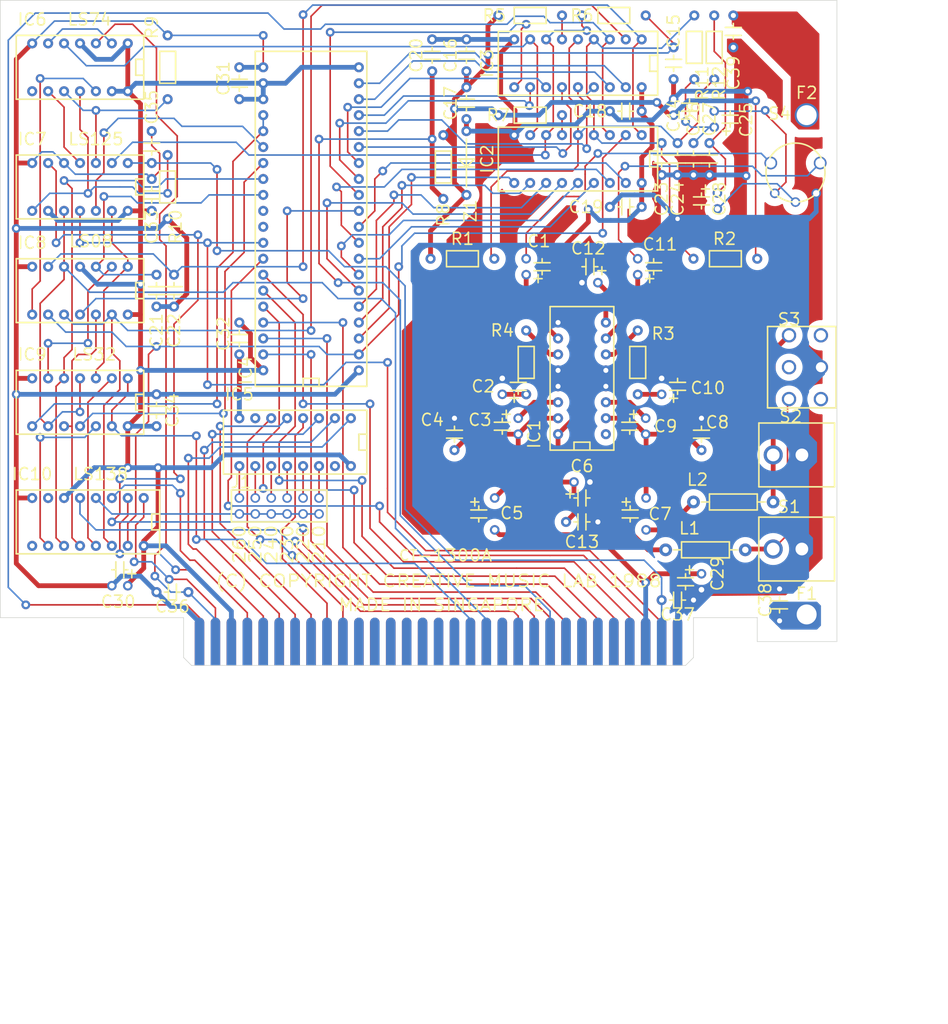
<source format=kicad_pcb>
(kicad_pcb (version 20211014) (generator pcbnew)
  (title_block (title "Game Blaster") (company "Reversed by Tube Time"))
  (layers (0 "F.Cu" signal) (31 "B.Cu" signal) (34 "B.Paste" user) (35 "F.Paste" user) (36 "B.SilkS" user "B.Silkscreen") (37 "F.SilkS" user "F.Silkscreen") (38 "B.Mask" user) (39 "F.Mask" user) (44 "Edge.Cuts" user))
  (net 0 "")
  (net 1 "Net-(C1-Pad1)")
  (net 2 "Net-(C1-Pad2)")
  (net 3 "Net-(C2-Pad1)")
  (net 4 "GNDREF")
  (net 5 "Net-(C3-Pad2)")
  (net 6 "Net-(C3-Pad1)")
  (net 7 "Net-(C5-Pad2)")
  (net 8 "+5VA")
  (net 9 "Net-(C7-Pad2)")
  (net 10 "Net-(C7-Pad1)")
  (net 11 "Net-(C9-Pad1)")
  (net 12 "Net-(C10-Pad1)")
  (net 13 "Net-(C11-Pad1)")
  (net 14 "Net-(C11-Pad2)")
  (net 15 "Net-(C12-Pad1)")
  (net 16 "VDDA")
  (net 17 "+12V")
  (net 18 "Net-(C21-Pad1)")
  (net 19 "GND")
  (net 20 "/~{SAA_IOW}")
  (net 21 "/SAA_RIGHT")
  (net 22 "/SAA_LEFT")
  (net 23 "Net-(C25-Pad1)")
  (net 24 "Net-(C25-Pad2)")
  (net 25 "Net-(C26-Pad1)")
  (net 26 "Net-(C28-Pad2)")
  (net 27 "VCC")
  (net 28 "/BUSRESET")
  (net 29 "/14M318")
  (net 30 "Net-(C38-Pad2)")
  (net 31 "Net-(C39-Pad2)")
  (net 33 "Net-(IC1-Pad6)")
  (net 34 "Net-(IC1-Pad11)")
  (net 35 "/~{CS0}")
  (net 36 "/A0")
  (net 37 "Net-(IC2-Pad6)")
  (net 38 "/~{SAA_DTACK}")
  (net 39 "/7M159")
  (net 40 "/PA0")
  (net 41 "/PA1")
  (net 42 "/PA2")
  (net 43 "/PA3")
  (net 44 "/PA4")
  (net 45 "/PA5")
  (net 46 "/PA6")
  (net 47 "/PA7")
  (net 48 "/~{CS1}")
  (net 49 "Net-(IC3-Pad6)")
  (net 50 "/PB0")
  (net 51 "/PB1")
  (net 52 "/PB2")
  (net 53 "/PB3")
  (net 54 "/PB4")
  (net 55 "/PB5")
  (net 56 "/PB6")
  (net 57 "/PB7")
  (net 58 "Net-(IC4-Pad11)")
  (net 59 "Net-(IC4-Pad24)")
  (net 60 "Net-(IC4-Pad26)")
  (net 61 "Net-(IC4-Pad27)")
  (net 62 "/~{UNK_Y4}")
  (net 65 "/DB7")
  (net 66 "/DB6")
  (net 67 "/DB5")
  (net 68 "/DB4")
  (net 69 "/DB3")
  (net 70 "/DB2")
  (net 71 "/DB1")
  (net 72 "/DB0")
  (net 73 "/A4")
  (net 74 "/A5")
  (net 75 "/A6")
  (net 76 "/A8")
  (net 77 "/A7")
  (net 78 "/A9")
  (net 80 "Net-(IC5-Pad9)")
  (net 81 "Net-(IC5-Pad10)")
  (net 82 "Net-(IC5-Pad11)")
  (net 83 "Net-(IC5-Pad12)")
  (net 84 "Net-(IC5-Pad13)")
  (net 85 "Net-(IC5-Pad14)")
  (net 87 "Net-(IC6-Pad2)")
  (net 89 "Net-(IC6-Pad9)")
  (net 90 "Net-(IC6-Pad10)")
  (net 91 "Net-(IC6-Pad11)")
  (net 92 "Net-(IC6-Pad12)")
  (net 93 "/READY")
  (net 94 "/~{IOW}")
  (net 95 "/~{R7F}")
  (net 96 "/~{W_Y4}")
  (net 97 "/~{ID_WR}")
  (net 98 "/~{IOR}")
  (net 99 "/~{7FREAD}")
  (net 100 "/~{ID_RD}")
  (net 101 "/A1")
  (net 102 "/A2")
  (net 103 "/A3")
  (net 104 "Net-(IC10-Pad4)")
  (net 105 "/AEN")
  (net 108 "Net-(L2-Pad2)")
  (net 142 "Net-(L1-Pad2)")
  (footprint "GameBlaster:RESA400" (layer "F.Cu") (at 170.18 93.98 90)
    (fp_text reference "R3")
    (fp_text value "1K")
  )
  (footprint "GameBlaster:CAPAP100" (layer "F.Cu") (at 163.83 76.2 180)
    (fp_text reference "C12")
    (fp_text value "100uF")
  )
  (footprint "GameBlaster:CAPAC200" (layer "F.Cu") (at 185.42 38.735 90)
    (fp_text reference "C39")
    (fp_text value "680pF")
  )
  (footprint "GameBlaster:CAPAP100" (layer "F.Cu") (at 182.372 51.435 90)
    (fp_text reference "C25")
    (fp_text value "tant")
  )
  (footprint "GameBlaster:CAPAP100" (layer "F.Cu") (at 151.13 97.79 -90)
    (fp_text reference "C3")
    (fp_text value "100uF 16V")
  )
  (footprint "GameBlaster:DIP254P762X635-14" (layer "F.Cu") (at 88.9 57.15 -90)
    (fp_text reference "IC7")
    (fp_text value "74LS125")
  )
  (footprint "GameBlaster:RESA400" (layer "F.Cu") (at 147.955 33.655)
    (fp_text reference "R5")
    (fp_text value "10K")
  )
  (footprint "GameBlaster:CAPAP200" (layer "F.Cu") (at 147.3835 110.49 -90)
    (fp_text reference "C5")
    (fp_text value "470uF 16V")
  )
  (footprint "Conn:BUS_PC_8BIT" (layer "F.Cu") (at 138.43 133.35)
    (fp_text reference "J2" hide)
    (fp_text value "Conn_ISA_8bit")
  )
  (footprint "GameBlaster:CAPAC200" (layer "F.Cu") (at 142.875 45.085 -90)
    (fp_text reference "C17")
    (fp_text value "?")
  )
  (footprint "GameBlaster:CAPAC200" (layer "F.Cu") (at 96.266 74.93 -90)
    (fp_text reference "C22")
    (fp_text value "?")
  )
  (footprint "GameBlaster:RCA_KYCON_KLPX" (layer "F.Cu") (at 191.7755 103.632)
    (fp_text reference "S2")
    (fp_text value "LEFT")
  )
  (footprint "GameBlaster:DIP254P762X635-18" (layer "F.Cu") (at 170.815 37.465 -90)
    (fp_text reference "IC3")
    (fp_text value "SAA1099")
  )
  (footprint "GameBlaster:DIP254P762X635-14" (layer "F.Cu") (at 88.9 73.66 -90)
    (fp_text reference "IC8")
    (fp_text value "74LS08")
  )
  (footprint "GameBlaster:CAPAC200" (layer "F.Cu") (at 179.07 53.975 -90)
    (fp_text reference "C26")
    (fp_text value "grn")
  )
  (footprint "GameBlaster:DIP254P762X635-16" (layer "F.Cu") (at 124.46 97.79 -90)
    (fp_text reference "IC5")
    (fp_text value "74LS138")
  )
  (footprint "GameBlaster:CAPAC200" (layer "F.Cu") (at 181.61 53.975 -90)
    (fp_text reference "C27")
    (fp_text value "grn")
  )
  (footprint "GameBlaster:DIP254P762X635-18" (layer "F.Cu") (at 170.815 52.705 -90)
    (fp_text reference "IC2")
    (fp_text value "SAA1099")
  )
  (footprint "GameBlaster:CAPAC200" (layer "F.Cu") (at 137.414 42.545 90)
    (fp_text reference "C20")
    (fp_text value "?")
  )
  (footprint "GameBlaster:CAPAP100" (layer "F.Cu") (at 160.02 107.95)
    (fp_text reference "C6")
    (fp_text value "100uF 16V")
  )
  (footprint "GameBlaster:CAPAC200" (layer "F.Cu") (at 106.68 46.99 90)
    (fp_text reference "C31")
    (fp_text value "0.1uF")
  )
  (footprint "GameBlaster:SB_HDR_2X6" (layer "F.Cu") (at 106.68 113.03)
    (fp_text reference "J1")
    (fp_text value "ADDRESS")
  )
  (footprint "GameBlaster:CAPAP100" (layer "F.Cu") (at 170.18 74.93 90)
    (fp_text reference "C11")
    (fp_text value "10uF 16V")
  )
  (footprint "GameBlaster:SJ1-3553NG" (layer "F.Cu") (at 199.374 89.662 180)
    (fp_text reference "S3")
    (fp_text value "3.5mm")
  )
  (footprint "GameBlaster:CAPAC200" (layer "F.Cu") (at 98.552 125.476 180)
    (fp_text reference "C36")
    (fp_text value "DNI")
  )
  (footprint "GameBlaster:RESA400" (layer "F.Cu") (at 147.955 49.53)
    (fp_text reference "R7")
    (fp_text value "10K")
  )
  (footprint "GameBlaster:RESA400" (layer "F.Cu") (at 137.16 72.39)
    (fp_text reference "R1")
    (fp_text value "1.5K")
  )
  (footprint "GameBlaster:CAPAC200" (layer "F.Cu") (at 106.68 82.55 -90)
    (fp_text reference "C32")
    (fp_text value "0.1uF")
  )
  (footprint "GameBlaster:CAPAP200" (layer "F.Cu") (at 171.5135 110.49 -90)
    (fp_text reference "C7")
    (fp_text value "470uF 16V")
  )
  (footprint "GameBlaster:RESA400" (layer "F.Cu") (at 161.29 33.655)
    (fp_text reference "R6")
    (fp_text value "4.7K")
  )
  (footprint "GameBlaster:DIOA400" (layer "F.Cu") (at 142.875 62.23 90)
    (fp_text reference "Z1")
    (fp_text value "5V2?")
  )
  (footprint "GameBlaster:DIP254P1524X635-40" (layer "F.Cu") (at 125.73 90.17 180)
    (fp_text reference "IC4")
    (fp_text value "?")
  )
  (footprint "GameBlaster:CAPAC200" (layer "F.Cu") (at 175.895 38.735 -90)
    (fp_text reference "C15")
    (fp_text value "?")
  )
  (footprint "GameBlaster:CAPAC200" (layer "F.Cu") (at 173.99 53.975 -90)
    (fp_text reference "C23")
    (fp_text value "?")
  )
  (footprint "GameBlaster:RESA400" (layer "F.Cu") (at 182.372 43.815 90)
    (fp_text reference "R12")
    (fp_text value "10K")
  )
  (footprint "GameBlaster:CAPAC200" (layer "F.Cu") (at 92.71 64.77 90)
    (fp_text reference "C33")
    (fp_text value "0.1uF")
  )
  (footprint "GameBlaster:RESA400" (layer "F.Cu") (at 179.197 33.655 -90)
    (fp_text reference "R11")
    (fp_text value "10K")
  )
  (footprint "GameBlaster:CAPAC200" (layer "F.Cu") (at 92.71 57.15 90)
    (fp_text reference "C35")
    (fp_text value "DNI")
  )
  (footprint "GameBlaster:DIP254P762X635-14" (layer "F.Cu") (at 88.9 38.1 -90)
    (fp_text reference "IC6")
    (fp_text value "74LS74")
  )
  (footprint "GameBlaster:CAPAC200" (layer "F.Cu") (at 170.815 48.895 180)
    (fp_text reference "C18")
    (fp_text value "?")
  )
  (footprint "GameBlaster:CAPAC200" (layer "F.Cu") (at 142.875 42.545 90)
    (fp_text reference "C16")
    (fp_text value "?")
  )
  (footprint "GameBlaster:CAPAC200" (layer "F.Cu") (at 93.472 99.06 90)
    (fp_text reference "C34")
    (fp_text value "0.1uF")
  )
  (footprint "GameBlaster:RESA400" (layer "F.Cu") (at 95.25 55.88 -90)
    (fp_text reference "R10")
    (fp_text value "1K")
  )
  (footprint "GameBlaster:SB_ALPS_RK08_DUAL" (layer "F.Cu") (at 195.326 58.674 180)
    (fp_text reference "S4")
    (fp_text value "VOL")
  )
  (footprint "GameBlaster:CAPAP100" (layer "F.Cu") (at 182.88 61.9125 -90)
    (fp_text reference "C28")
    (fp_text value "tant")
  )
  (footprint "GameBlaster:RESA400" (layer "F.Cu") (at 152.4 93.98 90)
    (fp_text reference "R4")
    (fp_text value "1K")
  )
  (footprint "GameBlaster:CAPAP100" (layer "F.Cu") (at 171.45 97.79 -90)
    (fp_text reference "C9")
    (fp_text value "100uF 16V")
  )
  (footprint "GameBlaster:RESA400" (layer "F.Cu") (at 95.25 46.99 90)
    (fp_text reference "R9")
    (fp_text value "1K")
  )
  (footprint "GameBlaster:DIP254P762X635-14" (layer "F.Cu") (at 88.9 91.44 -90)
    (fp_text reference "IC9")
    (fp_text value "74LS32")
  )
  (footprint "GameBlaster:CAPAP100" (layer "F.Cu") (at 180.34 122.555 -90)
    (fp_text reference "C29")
    (fp_text value "?")
  )
  (footprint "GameBlaster:CAPAC200" (layer "F.Cu") (at 93.472 74.93 -90)
    (fp_text reference "C21")
    (fp_text value "?")
  )
  (footprint "GameBlaster:CAPAP100" (layer "F.Cu") (at 173.99 93.98 90)
    (fp_text reference "C10")
    (fp_text value "22uF 16V")
  )
  (footprint "GameBlaster:CAPAP100" (layer "F.Cu") (at 175.895 49.53 90)
    (fp_text reference "C14")
    (fp_text value "tant")
  )
  (footprint "GameBlaster:CAPAC200" (layer "F.Cu") (at 173.99 126.746)
    (fp_text reference "C37")
    (fp_text value "680pF")
  )
  (footprint "GameBlaster:DIP254P762X635-16" (layer "F.Cu") (at 165.1 100.33 180)
    (fp_text reference "IC1")
    (fp_text value "TEA2025")
  )
  (footprint "GameBlaster:RESA400" (layer "F.Cu") (at 189.23 72.39 180)
    (fp_text reference "R2")
    (fp_text value "1.5K")
  )
  (footprint "GameBlaster:CAPAC200" (layer "F.Cu") (at 180.34 102.87 90)
    (fp_text reference "C8")
    (fp_text value "0.1uF")
  )
  (footprint "GameBlaster:DIP254P762X635-16" (layer "F.Cu") (at 91.44 110.49 -90)
    (fp_text reference "IC10")
    (fp_text value "74LS138")
  )
  (footprint "GameBlaster:SB_MH_125" (layer "F.Cu") (at 197.104 49.53)
    (fp_text reference "F2")
    (fp_text value "MH" hide)
  )
  (footprint "GameBlaster:RCA_KYCON_KLPX" (layer "F.Cu") (at 191.77 118.618)
    (fp_text reference "S1")
    (fp_text value "RIGHT")
  )
  (footprint "GameBlaster:CAPAC200" (layer "F.Cu") (at 158.75 114.3)
    (fp_text reference "C13")
    (fp_text value "0.1uF")
  )
  (footprint "GameBlaster:CAPAC200" (layer "F.Cu") (at 176.53 53.975 -90)
    (fp_text reference "C24")
    (fp_text value "?")
  )
  (footprint "GameBlaster:CAPAC200" (layer "F.Cu") (at 192.786 124.968 -90)
    (fp_text reference "C38")
    (fp_text value "680pF")
  )
  (footprint "GameBlaster:CAPAC200" (layer "F.Cu") (at 170.815 64.135 180)
    (fp_text reference "C19")
    (fp_text value "?")
  )
  (footprint "GameBlaster:INDA500P780X750" (layer "F.Cu") (at 174.625 118.745)
    (fp_text reference "L1")
    (fp_text value "FERRITE")
  )
  (footprint "GameBlaster:INDA500P780X750" (layer "F.Cu") (at 179.07 111.125)
    (fp_text reference "L2")
    (fp_text value "FERRITE")
  )
  (footprint "GameBlaster:CAPAP100" (layer "F.Cu") (at 152.4 74.93 90)
    (fp_text reference "C1")
    (fp_text value "10uF 16V")
  )
  (footprint "GameBlaster:RESA400" (layer "F.Cu") (at 139.192 62.865 90)
    (fp_text reference "R8")
    (fp_text value "470")
  )
  (footprint "GameBlaster:CAPAP100" (layer "F.Cu") (at 88.9 124.46 180)
    (fp_text reference "C30")
    (fp_text value "?")
  )
  (footprint "GameBlaster:CAPAC200" (layer "F.Cu") (at 140.97 102.87 90)
    (fp_text reference "C4")
    (fp_text value "0.1uF")
  )
  (footprint "GameBlaster:CAPAP100" (layer "F.Cu") (at 148.59 93.98 90)
    (fp_text reference "C2")
    (fp_text value "22uF 16V")
  )
  (footprint "GameBlaster:SB_MH_125" (layer "F.Cu") (at 197.104 129.032)
    (fp_text reference "F1")
    (fp_text value "MH" hide)
  )
  (gr_line (start 99.06 137.16) (end 97.79 135.89) (layer "Edge.Cuts") (width 0.1))
  (gr_line (start 189.23 133.35) (end 201.93 133.35) (layer "Edge.Cuts") (width 0.1))
  (gr_line (start 68.58 31.242) (end 68.58 129.54) (layer "Edge.Cuts") (width 0.1))
  (gr_line (start 177.8 137.16) (end 99.06 137.16) (layer "Edge.Cuts") (width 0.1))
  (gr_line (start 97.79 129.54) (end 68.58 129.54) (layer "Edge.Cuts") (width 0.1))
  (gr_line (start 201.93 133.35) (end 201.93 31.242) (layer "Edge.Cuts") (width 0.1))
  (gr_line (start 179.07 129.54) (end 189.23 129.54) (layer "Edge.Cuts") (width 0.1))
  (gr_line (start 189.23 129.54) (end 189.23 133.35) (layer "Edge.Cuts") (width 0.1))
  (gr_line (start 179.07 135.89) (end 177.8 137.16) (layer "Edge.Cuts") (width 0.1))
  (gr_line (start 189.23 129.54) (end 189.23 129.54) (layer "Edge.Cuts") (width 0.1))
  (gr_line (start 97.79 135.89) (end 97.79 129.54) (layer "Edge.Cuts") (width 0.1))
  (gr_line (start 179.07 129.54) (end 179.07 135.89) (layer "Edge.Cuts") (width 0.1))
  (gr_line (start 201.93 31.242) (end 68.58 31.242) (layer "Edge.Cuts") (width 0.1))
  (gr_text "240" (at 111.76 117.856 90) (layer "F.SilkS") (effects (font (size 1.905 2.159) (thickness 0.254))))
  (gr_text "MADE IN SINGAPORE" (at 138.938 127.508) (layer "F.SilkS") (effects (font (size 1.9558 2.159) (thickness 0.254))))
  (gr_text "250" (at 109.22 117.856 90) (layer "F.SilkS") (effects (font (size 1.905 2.159) (thickness 0.254))))
  (gr_text "260" (at 106.68 117.856 90) (layer "F.SilkS") (effects (font (size 1.905 2.159) (thickness 0.254))))
  (gr_text "-1300A" (at 140.97 119.634) (layer "F.SilkS") (effects (font (size 1.905 2.032) (thickness 0.254))))
  (gr_text "LS125" (at 83.82 53.34) (layer "F.SilkS") (effects (font (size 1.905 1.905) (thickness 0.254))))
  (gr_text "230" (at 114.3 117.856 90) (layer "F.SilkS") (effects (font (size 1.905 2.159) (thickness 0.254))))
  (gr_text "LS08" (at 83.058 69.596) (layer "F.SilkS") (effects (font (size 1.905 1.905) (thickness 0.254))))
  (gr_text "LS32" (at 83.566 87.63) (layer "F.SilkS") (effects (font (size 1.905 1.905) (thickness 0.254))))
  (gr_text "210" (at 119.38 117.856 90) (layer "F.SilkS") (effects (font (size 1.905 2.159) (thickness 0.254))))
  (gr_text "CT" (at 133.604 119.634) (layer "F.SilkS") (effects (font (size 1.651 1.651) (thickness 0.254))))
  (gr_text "LS74" (at 82.804 34.29) (layer "F.SilkS") (effects (font (size 1.905 1.905) (thickness 0.254))))
  (gr_text "LS138" (at 84.582 106.68) (layer "F.SilkS") (effects (font (size 1.905 1.905) (thickness 0.254))))
  (gr_text "(C) COPYRIGHT CREATIVE MUSIC LAB 1988" (at 138.43 123.698) (layer "F.SilkS") (effects (font (size 1.9558 2.2098) (thickness 0.254))))
  (gr_text "220" (at 116.84 117.856 90) (layer "F.SilkS") (effects (font (size 1.905 2.159) (thickness 0.254))))
  (segment (start 152.4 80.01) (end 157.48 85.09) (width 0.762) (layer "F.Cu") (net 1))
  (segment (start 152.4 74.93) (end 152.4 80.01) (width 0.762) (layer "F.Cu") (net 1))
  (segment (start 161.036 62.484) (end 161.798 61.722) (width 0.254) (layer "F.Cu") (net 2))
  (segment (start 161.798 57.658) (end 163.83 55.626) (width 0.254) (layer "F.Cu") (net 2))
  (segment (start 152.4 68.326) (end 157.988 62.738) (width 0.254) (layer "F.Cu") (net 2))
  (segment (start 152.4 72.39) (end 152.4 68.326) (width 0.254) (layer "F.Cu") (net 2))
  (segment (start 158.242 62.484) (end 160.02 62.484) (width 0.254) (layer "F.Cu") (net 2))
  (segment (start 157.988 62.738) (end 158.242 62.484) (width 0.254) (layer "F.Cu") (net 2))
  (segment (start 160.02 62.484) (end 161.036 62.484) (width 0.254) (layer "F.Cu") (net 2))
  (segment (start 161.798 61.722) (end 161.798 58.928) (width 0.254) (layer "F.Cu") (net 2))
  (segment (start 161.798 58.928) (end 161.798 57.658) (width 0.254) (layer "F.Cu") (net 2))
  (via (at 163.83 55.626) (size 1.397) (drill 0.7112) (layers "F.Cu" "B.Cu") (net 2))
  (segment (start 189.865 55.626) (end 191.389 57.15) (width 0.254) (layer "B.Cu") (net 2))
  (segment (start 163.83 55.626) (end 189.865 55.626) (width 0.254) (layer "B.Cu") (net 2))
  (segment (start 148.59 93.98) (end 152.4 93.98) (width 0.762) (layer "F.Cu") (net 3))
  (segment (start 148.336 39.624) (end 148.336 46.482) (width 0.762) (layer "F.Cu") (net 4))
  (segment (start 142.875 50.165) (end 142.875 52.07) (width 0.762) (layer "F.Cu") (net 4))
  (segment (start 150.495 37.465) (end 148.336 39.624) (width 0.762) (layer "F.Cu") (net 4))
  (segment (start 148.336 46.482) (end 150.622 48.768) (width 0.762) (layer "F.Cu") (net 4))
  (segment (start 150.622 48.768) (end 150.622 52.578) (width 0.762) (layer "F.Cu") (net 4))
  (segment (start 187.452 45.974) (end 187.706 45.72) (width 0.762) (layer "F.Cu") (net 4))
  (segment (start 175.895 43.815) (end 175.895 46.99) (width 0.762) (layer "F.Cu") (net 4))
  (segment (start 187.452 59.182) (end 187.452 45.974) (width 0.762) (layer "F.Cu") (net 4))
  (segment (start 150.622 52.578) (end 150.495 52.705) (width 0.762) (layer "F.Cu") (net 4))
  (via (at 187.452 59.182) (size 1.397) (drill 0.7112) (layers "F.Cu" "B.Cu") (net 4))
  (via (at 187.706 45.72) (size 1.397) (drill 0.7112) (layers "F.Cu" "B.Cu") (net 4))
  (via (at 176.53 66.04) (size 1.397) (drill 0.7112) (layers "F.Cu" "B.Cu") (net 4))
  (segment (start 149.86 52.07) (end 142.875 52.07) (width 0.762) (layer "B.Cu") (net 4))
  (segment (start 165.735 48.895) (end 167.132 50.292) (width 0.762) (layer "B.Cu") (net 4))
  (segment (start 177.165 45.72) (end 187.706 45.72) (width 0.762) (layer "B.Cu") (net 4))
  (segment (start 150.495 52.705) (end 149.86 52.07) (width 0.762) (layer "B.Cu") (net 4))
  (segment (start 160.274 51.054) (end 162.433 48.895) (width 0.762) (layer "B.Cu") (net 4))
  (segment (start 169.672 62.23) (end 172.72 62.23) (width 0.762) (layer "B.Cu") (net 4))
  (segment (start 152.146 51.054) (end 160.274 51.054) (width 0.762) (layer "B.Cu") (net 4))
  (segment (start 167.132 50.292) (end 172.593 50.292) (width 0.762) (layer "B.Cu") (net 4))
  (segment (start 181.61 59.055) (end 187.325 59.055) (width 0.762) (layer "B.Cu") (net 4))
  (segment (start 198.628 64.897) (end 197.485 66.04) (width 0.762) (layer "B.Cu") (net 4))
  (segment (start 175.895 46.99) (end 177.165 45.72) (width 0.762) (layer "B.Cu") (net 4))
  (segment (start 176.53 133.731) (end 176.53 129.286) (width 0.762) (layer "B.Cu") (net 4))
  (segment (start 137.414 37.465) (end 142.875 37.465) (width 0.762) (layer "B.Cu") (net 4))
  (segment (start 198.628 61.976) (end 198.628 64.897) (width 0.762) (layer "B.Cu") (net 4))
  (segment (start 150.495 52.705) (end 152.146 51.054) (width 0.762) (layer "B.Cu") (net 4))
  (segment (start 173.99 59.055) (end 181.61 59.055) (width 0.762) (layer "B.Cu") (net 4))
  (segment (start 176.53 129.286) (end 179.07 126.746) (width 0.762) (layer "B.Cu") (net 4))
  (segment (start 172.72 62.23) (end 176.53 66.04) (width 0.762) (layer "B.Cu") (net 4))
  (segment (start 176.53 133.731) (end 176.53 125.73) (width 0.762) (layer "B.Cu") (net 4))
  (segment (start 167.64 62.23) (end 169.672 62.23) (width 0.762) (layer "B.Cu") (net 4))
  (segment (start 162.433 48.895) (end 165.735 48.895) (width 0.762) (layer "B.Cu") (net 4))
  (segment (start 165.735 64.135) (end 167.64 62.23) (width 0.762) (layer "B.Cu") (net 4))
  (segment (start 172.593 50.292) (end 175.895 46.99) (width 0.762) (layer "B.Cu") (net 4))
  (segment (start 187.325 59.055) (end 187.452 59.182) (width 0.762) (layer "B.Cu") (net 4))
  (segment (start 142.875 37.465) (end 150.495 37.465) (width 0.762) (layer "B.Cu") (net 4))
  (segment (start 143.51 100.33) (end 151.13 100.33) (width 0.762) (layer "F.Cu") (net 5))
  (segment (start 151.13 100.33) (end 151.13 106.7435) (width 0.762) (layer "F.Cu") (net 5))
  (segment (start 140.97 102.87) (end 143.51 100.33) (width 0.762) (layer "F.Cu") (net 5))
  (segment (start 157.48 97.79) (end 153.67 97.79) (width 0.762) (layer "F.Cu") (net 5))
  (segment (start 151.13 106.7435) (end 147.3835 110.49) (width 0.762) (layer "F.Cu") (net 5))
  (segment (start 153.67 97.79) (end 151.13 100.33) (width 0.762) (layer "F.Cu") (net 5))
  (segment (start 157.48 95.25) (end 153.67 95.25) (width 0.762) (layer "F.Cu") (net 6))
  (segment (start 153.67 95.25) (end 151.13 97.79) (width 0.762) (layer "F.Cu") (net 6))
  (segment (start 148.1455 116.332) (end 147.3835 115.57) (width 0.762) (layer "F.Cu") (net 7))
  (segment (start 169.418 116.332) (end 148.1455 116.332) (width 0.762) (layer "F.Cu") (net 7))
  (segment (start 174.625 118.745) (end 171.831 118.745) (width 0.762) (layer "F.Cu") (net 7))
  (segment (start 171.831 118.745) (end 169.418 116.332) (width 0.762) (layer "F.Cu") (net 7))
  (segment (start 157.48 108.712) (end 157.48 107.696) (width 0.762) (layer "F.Cu") (net 8))
  (segment (start 162.306 66.548) (end 158.496 70.358) (width 0.762) (layer "F.Cu") (net 8))
  (segment (start 144.78 118.11) (end 143.51 116.84) (width 0.762) (layer "F.Cu") (net 8))
  (segment (start 158.75 114.3) (end 160.02 113.03) (width 0.762) (layer "F.Cu") (net 8))
  (segment (start 162.56 81.788) (end 162.56 95.25) (width 0.762) (layer "F.Cu") (net 8))
  (segment (start 172.466 54.61) (end 170.815 56.261) (width 0.762) (layer "F.Cu") (net 8))
  (segment (start 172.466 51.054) (end 172.466 54.61) (width 0.762) (layer "F.Cu") (net 8))
  (segment (start 170.815 56.261) (end 170.815 60.325) (width 0.762) (layer "F.Cu") (net 8))
  (segment (start 171.45 123.952) (end 172.847 122.555) (width 0.762) (layer "F.Cu") (net 8))
  (segment (start 162.56 95.25) (end 157.48 100.33) (width 0.762) (layer "F.Cu") (net 8))
  (segment (start 145.288 113.03) (end 153.162 113.03) (width 0.762) (layer "F.Cu") (net 8))
  (segment (start 170.815 48.895) (end 170.815 49.403) (width 0.762) (layer "F.Cu") (net 8))
  (segment (start 171.45 123.952) (end 171.196 123.952) (width 0.762) (layer "F.Cu") (net 8))
  (segment (start 153.162 113.03) (end 157.48 108.712) (width 0.762) (layer "F.Cu") (net 8))
  (segment (start 165.354 118.11) (end 144.78 118.11) (width 0.762) (layer "F.Cu") (net 8))
  (segment (start 171.196 123.952) (end 165.354 118.11) (width 0.762) (layer "F.Cu") (net 8))
  (segment (start 160.02 113.03) (end 160.02 107.95) (width 0.762) (layer "F.Cu") (net 8))
  (segment (start 160.02 107.95) (end 157.734 107.95) (width 0.762) (layer "F.Cu") (net 8))
  (segment (start 143.51 114.808) (end 145.288 113.03) (width 0.762) (layer "F.Cu") (net 8))
  (segment (start 157.48 107.696) (end 157.48 100.33) (width 0.762) (layer "F.Cu") (net 8))
  (segment (start 158.496 77.724) (end 162.56 81.788) (width 0.762) (layer "F.Cu") (net 8))
  (segment (start 172.847 122.555) (end 180.34 122.555) (width 0.762) (layer "F.Cu") (net 8))
  (segment (start 170.815 45.085) (end 170.815 48.895) (width 0.762) (layer "F.Cu") (net 8))
  (segment (start 143.51 116.84) (end 143.51 114.808) (width 0.762) (layer "F.Cu") (net 8))
  (segment (start 162.306 64.516) (end 162.306 66.548) (width 0.762) (layer "F.Cu") (net 8))
  (segment (start 170.815 49.403) (end 172.466 51.054) (width 0.762) (layer "F.Cu") (net 8))
  (segment (start 170.815 64.135) (end 170.815 60.325) (width 0.762) (layer "F.Cu") (net 8))
  (segment (start 157.734 107.95) (end 157.48 107.696) (width 0.762) (layer "F.Cu") (net 8))
  (segment (start 158.496 70.358) (end 158.496 77.724) (width 0.762) (layer "F.Cu") (net 8))
  (via (at 171.45 123.952) (size 1.397) (drill 0.7112) (layers "F.Cu" "B.Cu") (net 8))
  (via (at 162.306 64.516) (size 1.397) (drill 0.7112) (layers "F.Cu" "B.Cu") (net 8))
  (segment (start 165.862 66.294) (end 164.084 66.294) (width 0.762) (layer "B.Cu") (net 8))
  (segment (start 171.45 123.952) (end 171.45 133.731) (width 0.762) (layer "B.Cu") (net 8))
  (segment (start 168.656 66.294) (end 165.862 66.294) (width 0.762) (layer "B.Cu") (net 8))
  (segment (start 170.815 64.135) (end 168.656 66.294) (width 0.762) (layer "B.Cu") (net 8))
  (segment (start 164.084 66.294) (end 162.306 64.516) (width 0.762) (layer "B.Cu") (net 8))
  (segment (start 174.625 115.57) (end 179.07 111.125) (width 0.762) (layer "F.Cu") (net 9))
  (segment (start 171.5135 115.57) (end 174.625 115.57) (width 0.762) (layer "F.Cu") (net 9))
  (segment (start 177.8 100.33) (end 180.34 102.87) (width 0.762) (layer "F.Cu") (net 10))
  (segment (start 171.5135 100.3935) (end 171.45 100.33) (width 0.762) (layer "F.Cu") (net 10))
  (segment (start 171.5135 110.49) (end 171.5135 100.3935) (width 0.762) (layer "F.Cu") (net 10))
  (segment (start 171.45 100.33) (end 177.8 100.33) (width 0.762) (layer "F.Cu") (net 10))
  (segment (start 165.1 97.79) (end 168.91 97.79) (width 0.762) (layer "F.Cu") (net 10))
  (segment (start 168.91 97.79) (end 171.45 100.33) (width 0.762) (layer "F.Cu") (net 10))
  (segment (start 168.91 95.25) (end 171.45 97.79) (width 0.762) (layer "F.Cu") (net 11))
  (segment (start 165.1 95.25) (end 168.91 95.25) (width 0.762) (layer "F.Cu") (net 11))
  (segment (start 170.18 93.98) (end 173.99 93.98) (width 0.762) (layer "F.Cu") (net 12))
  (segment (start 170.18 74.93) (end 170.18 80.01) (width 0.762) (layer "F.Cu") (net 13))
  (segment (start 170.18 80.01) (end 165.1 85.09) (width 0.762) (layer "F.Cu") (net 13))
  (segment (start 170.18 72.39) (end 167.132 69.342) (width 0.254) (layer "F.Cu") (net 14))
  (segment (start 167.132 59.436) (end 167.132 58.674) (width 0.254) (layer "F.Cu") (net 14))
  (segment (start 167.132 58.674) (end 168.148 57.658) (width 0.254) (layer "F.Cu") (net 14))
  (segment (start 167.132 69.342) (end 167.132 59.436) (width 0.254) (layer "F.Cu") (net 14))
  (via (at 168.148 57.658) (size 1.397) (drill 0.7112) (layers "F.Cu" "B.Cu") (net 14))
  (segment (start 189.992 59.182) (end 197.231 59.182) (width 0.254) (layer "B.Cu") (net 14))
  (segment (start 188.468 57.658) (end 189.992 59.182) (width 0.254) (layer "B.Cu") (net 14))
  (segment (start 168.148 57.658) (end 188.468 57.658) (width 0.254) (layer "B.Cu") (net 14))
  (segment (start 197.231 59.182) (end 199.263 57.15) (width 0.254) (layer "B.Cu") (net 14))
  (segment (start 165.1 77.47) (end 163.83 76.2) (width 0.762) (layer "F.Cu") (net 15))
  (segment (start 165.1 82.55) (end 165.1 77.47) (width 0.762) (layer "F.Cu") (net 15))
  (segment (start 140.97 48.514) (end 140.97 46.99) (width 0.762) (layer "F.Cu") (net 16))
  (segment (start 137.16 67.945) (end 137.16 72.39) (width 0.762) (layer "F.Cu") (net 16))
  (segment (start 175.26 49.53) (end 175.895 49.53) (width 0.762) (layer "F.Cu") (net 16))
  (segment (start 140.97 54.356) (end 140.97 60.325) (width 0.762) (layer "F.Cu") (net 16))
  (segment (start 188.976 47.244) (end 188.976 72.136) (width 0.254) (layer "F.Cu") (net 16))
  (segment (start 139.319 52.705) (end 140.97 51.054) (width 0.762) (layer "F.Cu") (net 16))
  (segment (start 140.97 60.325) (end 142.875 62.23) (width 0.762) (layer "F.Cu") (net 16))
  (segment (start 140.335 52.705) (end 140.97 52.07) (width 0.762) (layer "F.Cu") (net 16))
  (segment (start 139.319 52.705) (end 140.97 54.356) (width 0.762) (layer "F.Cu") (net 16))
  (segment (start 140.97 46.99) (end 142.875 45.085) (width 0.762) (layer "F.Cu") (net 16))
  (segment (start 173.228 47.498) (end 175.26 49.53) (width 0.762) (layer "F.Cu") (net 16))
  (segment (start 139.192 52.705) (end 140.335 52.705) (width 0.762) (layer "F.Cu") (net 16))
  (segment (start 142.875 62.23) (end 137.16 67.945) (width 0.762) (layer "F.Cu") (net 16))
  (segment (start 171.45 33.655) (end 175.895 38.1) (width 0.254) (layer "F.Cu") (net 16))
  (segment (start 147.955 33.655) (end 146.304 35.306) (width 0.762) (layer "F.Cu") (net 16))
  (segment (start 146.304 35.306) (end 146.304 39.878) (width 0.762) (layer "F.Cu") (net 16))
  (segment (start 140.97 48.514) (end 140.97 51.054) (width 0.762) (layer "F.Cu") (net 16))
  (segment (start 142.875 45.085) (end 146.304 41.656) (width 0.762) (layer "F.Cu") (net 16))
  (segment (start 139.192 52.705) (end 139.319 52.705) (width 0.762) (layer "F.Cu") (net 16))
  (segment (start 140.335 52.705) (end 140.97 53.34) (width 0.762) (layer "F.Cu") (net 16))
  (segment (start 140.97 52.07) (end 140.97 53.34) (width 0.762) (layer "F.Cu") (net 16))
  (segment (start 175.895 38.1) (end 175.895 38.735) (width 0.254) (layer "F.Cu") (net 16))
  (segment (start 140.97 51.054) (end 140.97 52.07) (width 0.762) (layer "F.Cu") (net 16))
  (segment (start 140.97 53.34) (end 140.97 54.356) (width 0.762) (layer "F.Cu") (net 16))
  (segment (start 142.875 42.545) (end 142.875 45.085) (width 0.762) (layer "F.Cu") (net 16))
  (segment (start 188.976 72.136) (end 189.23 72.39) (width 0.254) (layer "F.Cu") (net 16))
  (segment (start 146.304 41.656) (end 146.304 39.878) (width 0.762) (layer "F.Cu") (net 16))
  (via (at 140.97 48.514) (size 1.397) (drill 0.7112) (layers "F.Cu" "B.Cu") (net 16))
  (via (at 173.228 47.498) (size 1.397) (drill 0.7112) (layers "F.Cu" "B.Cu") (net 16))
  (via (at 188.976 47.244) (size 1.397) (drill 0.7112) (layers "F.Cu" "B.Cu") (net 16))
  (via (at 146.304 39.878) (size 1.397) (drill 0.7112) (layers "F.Cu" "B.Cu") (net 16))
  (segment (start 175.006 39.624) (end 175.895 38.735) (width 0.254) (layer "B.Cu") (net 16))
  (segment (start 188.976 47.244) (end 178.181 47.244) (width 0.762) (layer "B.Cu") (net 16))
  (segment (start 146.558 39.624) (end 175.006 39.624) (width 0.254) (layer "B.Cu") (net 16))
  (segment (start 147.955 49.53) (end 154.432 49.53) (width 0.762) (layer "B.Cu") (net 16))
  (segment (start 146.304 39.878) (end 146.558 39.624) (width 0.254) (layer "B.Cu") (net 16))
  (segment (start 167.132 47.498) (end 173.228 47.498) (width 0.762) (layer "B.Cu") (net 16))
  (segment (start 156.464 47.498) (end 167.132 47.498) (width 0.762) (layer "B.Cu") (net 16))
  (segment (start 146.939 48.514) (end 147.955 49.53) (width 0.762) (layer "B.Cu") (net 16))
  (segment (start 178.181 47.244) (end 175.895 49.53) (width 0.762) (layer "B.Cu") (net 16))
  (segment (start 154.432 49.53) (end 156.464 47.498) (width 0.762) (layer "B.Cu") (net 16))
  (segment (start 140.97 48.514) (end 146.939 48.514) (width 0.762) (layer "B.Cu") (net 16))
  (segment (start 137.414 42.545) (end 137.414 53.34) (width 0.762) (layer "F.Cu") (net 17))
  (segment (start 139.192 62.865) (end 137.414 61.087) (width 0.762) (layer "F.Cu") (net 17))
  (segment (start 137.414 61.087) (end 137.414 53.34) (width 0.762) (layer "F.Cu") (net 17))
  (segment (start 119.38 73.152) (end 119.38 53.34) (width 0.254) (layer "F.Cu") (net 17))
  (segment (start 122.428 76.2) (end 119.38 73.152) (width 0.254) (layer "F.Cu") (net 17))
  (via (at 119.38 53.34) (size 1.397) (drill 0.7112) (layers "F.Cu" "B.Cu") (net 17))
  (via (at 137.414 53.34) (size 1.397) (drill 0.7112) (layers "F.Cu" "B.Cu") (net 17))
  (via (at 122.428 76.2) (size 1.397) (drill 0.7112) (layers "F.Cu" "B.Cu") (net 17))
  (segment (start 152.146 124.46) (end 143.51 124.46) (width 0.254) (layer "B.Cu") (net 17))
  (segment (start 143.51 124.46) (end 132.334 113.284) (width 0.254) (layer "B.Cu") (net 17))
  (segment (start 132.334 78.994) (end 129.54 76.2) (width 0.254) (layer "B.Cu") (net 17))
  (segment (start 132.334 113.284) (end 132.334 78.994) (width 0.254) (layer "B.Cu") (net 17))
  (segment (start 156.21 133.731) (end 156.21 128.524) (width 0.254) (layer "B.Cu") (net 17))
  (segment (start 129.54 76.2) (end 122.428 76.2) (width 0.254) (layer "B.Cu") (net 17))
  (segment (start 119.38 53.34) (end 137.414 53.34) (width 0.254) (layer "B.Cu") (net 17))
  (segment (start 156.21 128.524) (end 152.146 124.46) (width 0.254) (layer "B.Cu") (net 17))
  (segment (start 85.09 72.39) (end 85.09 68.326) (width 0.254) (layer "F.Cu") (net 18))
  (segment (start 85.09 68.326) (end 85.09 62.484) (width 0.254) (layer "F.Cu") (net 18))
  (segment (start 83.82 73.66) (end 85.09 72.39) (width 0.254) (layer "F.Cu") (net 18))
  (via (at 85.09 62.484) (size 1.397) (drill 0.7112) (layers "F.Cu" "B.Cu") (net 18))
  (segment (start 83.82 73.66) (end 85.09 74.93) (width 0.254) (layer "B.Cu") (net 18))
  (segment (start 100.584 63.5) (end 101.854 62.23) (width 0.254) (layer "B.Cu") (net 18))
  (segment (start 90.424 63.5) (end 100.584 63.5) (width 0.254) (layer "B.Cu") (net 18))
  (segment (start 85.09 62.484) (end 89.408 62.484) (width 0.254) (layer "B.Cu") (net 18))
  (segment (start 89.408 62.484) (end 90.424 63.5) (width 0.254) (layer "B.Cu") (net 18))
  (segment (start 85.09 74.93) (end 93.472 74.93) (width 0.254) (layer "B.Cu") (net 18))
  (segment (start 101.854 62.23) (end 110.49 62.23) (width 0.254) (layer "B.Cu") (net 18))
  (segment (start 93.98 55.626) (end 93.98 58.42) (width 0.254) (layer "F.Cu") (net 19))
  (segment (start 98.298 69.088) (end 98.298 77.978) (width 0.762) (layer "F.Cu") (net 19))
  (segment (start 92.71 52.07) (end 92.71 54.356) (width 0.254) (layer "F.Cu") (net 19))
  (segment (start 86.36 124.46) (end 74.676 124.46) (width 0.762) (layer "F.Cu") (net 19))
  (segment (start 74.676 124.46) (end 71.12 120.904) (width 0.762) (layer "F.Cu") (net 19))
  (segment (start 110.49 36.83) (end 110.49 41.91) (width 0.254) (layer "F.Cu") (net 19))
  (segment (start 73.66 73.66) (end 71.12 73.66) (width 0.762) (layer "F.Cu") (net 19))
  (segment (start 73.66 110.49) (end 71.374 110.49) (width 0.762) (layer "F.Cu") (net 19))
  (segment (start 95.25 66.04) (end 98.298 69.088) (width 0.762) (layer "F.Cu") (net 19))
  (segment (start 71.374 110.49) (end 71.12 110.236) (width 0.762) (layer "F.Cu") (net 19))
  (segment (start 73.66 91.44) (end 71.374 91.44) (width 0.762) (layer "F.Cu") (net 19))
  (segment (start 71.12 93.98) (end 71.12 91.186) (width 0.762) (layer "F.Cu") (net 19))
  (segment (start 71.12 105.918) (end 71.12 93.98) (width 0.762) (layer "F.Cu") (net 19))
  (segment (start 71.374 91.44) (end 71.12 91.186) (width 0.762) (layer "F.Cu") (net 19))
  (segment (start 93.98 58.42) (end 92.71 59.69) (width 0.254) (layer "F.Cu") (net 19))
  (segment (start 71.12 110.236) (end 71.12 105.918) (width 0.762) (layer "F.Cu") (net 19))
  (segment (start 92.71 54.356) (end 93.98 55.626) (width 0.254) (layer "F.Cu") (net 19))
  (segment (start 71.374 57.15) (end 71.12 56.896) (width 0.762) (layer "F.Cu") (net 19))
  (segment (start 71.12 67.564) (end 71.12 56.896) (width 0.762) (layer "F.Cu") (net 19))
  (segment (start 71.12 120.904) (end 71.12 110.236) (width 0.762) (layer "F.Cu") (net 19))
  (segment (start 106.68 87.63) (end 106.68 97.79) (width 0.762) (layer "F.Cu") (net 19))
  (segment (start 71.12 56.896) (end 71.12 40.64) (width 0.762) (layer "F.Cu") (net 19))
  (segment (start 73.66 57.15) (end 71.374 57.15) (width 0.762) (layer "F.Cu") (net 19))
  (segment (start 71.12 67.564) (end 71.12 73.66) (width 0.762) (layer "F.Cu") (net 19))
  (segment (start 71.12 91.186) (end 71.12 73.66) (width 0.762) (layer "F.Cu") (net 19))
  (segment (start 98.298 77.978) (end 96.266 80.01) (width 0.762) (layer "F.Cu") (net 19))
  (segment (start 71.12 40.64) (end 73.66 38.1) (width 0.762) (layer "F.Cu") (net 19))
  (via (at 71.12 93.98) (size 1.397) (drill 0.7112) (layers "F.Cu" "B.Cu") (net 19))
  (via (at 110.49 36.83) (size 1.397) (drill 0.7112) (layers "F.Cu" "B.Cu") (net 19))
  (via (at 71.12 67.564) (size 1.397) (drill 0.7112) (layers "F.Cu" "B.Cu") (net 19))
  (segment (start 91.948 58.928) (end 92.71 59.69) (width 0.254) (layer "B.Cu") (net 19))
  (segment (start 80.518 58.928) (end 91.948 58.928) (width 0.254) (layer "B.Cu") (net 19))
  (segment (start 95.25 36.83) (end 110.49 36.83) (width 0.254) (layer "B.Cu") (net 19))
  (segment (start 93.472 125.476) (end 90.932 122.936) (width 0.762) (layer "B.Cu") (net 19))
  (segment (start 100.33 133.731) (end 100.33 130.302) (width 0.762) (layer "B.Cu") (net 19))
  (segment (start 97.79 127.762) (end 95.758 127.762) (width 0.762) (layer "B.Cu") (net 19))
  (segment (start 77.216 34.544) (end 73.66 38.1) (width 0.254) (layer "B.Cu") (net 19))
  (segment (start 93.472 80.01) (end 96.266 80.01) (width 0.762) (layer "B.Cu") (net 19))
  (segment (start 71.12 67.564) (end 93.726 67.564) (width 0.762) (layer "B.Cu") (net 19))
  (segment (start 87.884 122.936) (end 86.36 124.46) (width 0.762) (layer "B.Cu") (net 19))
  (segment (start 100.33 130.302) (end 97.79 127.762) (width 0.762) (layer "B.Cu") (net 19))
  (segment (start 95.25 36.83) (end 92.964 34.544) (width 0.254) (layer "B.Cu") (net 19))
  (segment (start 76.962 55.372) (end 75.184 55.372) (width 0.254) (layer "B.Cu") (net 19))
  (segment (start 78.74 57.15) (end 76.962 55.372) (width 0.254) (layer "B.Cu") (net 19))
  (segment (start 106.68 41.91) (end 110.49 41.91) (width 0.762) (layer "B.Cu") (net 19))
  (segment (start 90.932 122.936) (end 87.884 122.936) (width 0.762) (layer "B.Cu") (net 19))
  (segment (start 92.964 34.544) (end 77.216 34.544) (width 0.254) (layer "B.Cu") (net 19))
  (segment (start 106.68 97.79) (end 106.68 93.98) (width 0.762) (layer "B.Cu") (net 19))
  (segment (start 75.184 55.372) (end 73.66 56.896) (width 0.254) (layer "B.Cu") (net 19))
  (segment (start 106.68 93.98) (end 121.92 93.98) (width 0.762) (layer "B.Cu") (net 19))
  (segment (start 95.758 127.762) (end 93.472 125.476) (width 0.762) (layer "B.Cu") (net 19))
  (segment (start 93.726 67.564) (end 95.25 66.04) (width 0.762) (layer "B.Cu") (net 19))
  (segment (start 73.66 56.896) (end 73.66 57.15) (width 0.254) (layer "B.Cu") (net 19))
  (segment (start 106.68 93.98) (end 93.472 93.98) (width 0.762) (layer "B.Cu") (net 19))
  (segment (start 71.12 93.98) (end 93.472 93.98) (width 0.762) (layer "B.Cu") (net 19))
  (segment (start 78.74 57.15) (end 80.518 58.928) (width 0.254) (layer "B.Cu") (net 19))
  (segment (start 121.92 93.98) (end 125.73 90.17) (width 0.762) (layer "B.Cu") (net 19))
  (segment (start 169.418 51.308) (end 170.815 52.705) (width 0.254) (layer "F.Cu") (net 20))
  (segment (start 116.84 33.528) (end 116.84 73.66) (width 0.254) (layer "F.Cu") (net 20))
  (segment (start 170.815 37.465) (end 169.418 38.862) (width 0.254) (layer "F.Cu") (net 20))
  (segment (start 169.418 38.862) (end 169.418 51.308) (width 0.254) (layer "F.Cu") (net 20))
  (via (at 116.84 73.66) (size 1.397) (drill 0.7112) (layers "F.Cu" "B.Cu") (net 20))
  (via (at 116.84 33.528) (size 1.397) (drill 0.7112) (layers "F.Cu" "B.Cu") (net 20))
  (segment (start 165.354 32.004) (end 170.815 37.465) (width 0.254) (layer "B.Cu") (net 20))
  (segment (start 116.84 33.528) (end 118.364 32.004) (width 0.254) (layer "B.Cu") (net 20))
  (segment (start 92.964 71.628) (end 78.232 71.628) (width 0.254) (layer "B.Cu") (net 20))
  (segment (start 118.364 32.004) (end 165.354 32.004) (width 0.254) (layer "B.Cu") (net 20))
  (segment (start 96.266 74.93) (end 92.964 71.628) (width 0.254) (layer "B.Cu") (net 20))
  (segment (start 116.84 73.66) (end 97.536 73.66) (width 0.254) (layer "B.Cu") (net 20))
  (segment (start 97.536 73.66) (end 96.266 74.93) (width 0.254) (layer "B.Cu") (net 20))
  (segment (start 78.232 71.628) (end 76.2 73.66) (width 0.254) (layer "B.Cu") (net 20))
  (segment (start 175.26 57.404) (end 175.26 68.58) (width 0.254) (layer "F.Cu") (net 21))
  (segment (start 173.99 53.975) (end 173.99 56.134) (width 0.254) (layer "F.Cu") (net 21))
  (segment (start 175.26 68.58) (end 179.07 72.39) (width 0.254) (layer "F.Cu") (net 21))
  (segment (start 163.195 47.625) (end 163.195 52.705) (width 0.254) (layer "F.Cu") (net 21))
  (segment (start 162.052 38.608) (end 162.052 46.482) (width 0.254) (layer "F.Cu") (net 21))
  (segment (start 173.99 56.134) (end 175.26 57.404) (width 0.254) (layer "F.Cu") (net 21))
  (segment (start 163.195 37.465) (end 162.052 38.608) (width 0.254) (layer "F.Cu") (net 21))
  (segment (start 162.052 46.482) (end 163.195 47.625) (width 0.254) (layer "F.Cu") (net 21))
  (segment (start 163.195 37.465) (end 164.592 38.862) (width 0.254) (layer "B.Cu") (net 21))
  (segment (start 163.195 52.705) (end 164.465 53.975) (width 0.254) (layer "B.Cu") (net 21))
  (segment (start 173.99 38.862) (end 179.197 33.655) (width 0.254) (layer "B.Cu") (net 21))
  (segment (start 164.592 38.862) (end 173.99 38.862) (width 0.254) (layer "B.Cu") (net 21))
  (segment (start 164.465 53.975) (end 173.99 53.975) (width 0.254) (layer "B.Cu") (net 21))
  (segment (start 159.766 58.42) (end 160.655 57.531) (width 0.254) (layer "F.Cu") (net 22))
  (segment (start 146.812 60.96) (end 149.352 58.42) (width 0.254) (layer "F.Cu") (net 22))
  (segment (start 159.258 38.862) (end 159.258 46.736) (width 0.254) (layer "F.Cu") (net 22))
  (segment (start 147.32 72.39) (end 146.812 71.882) (width 0.254) (layer "F.Cu") (net 22))
  (segment (start 146.812 71.882) (end 146.812 60.96) (width 0.254) (layer "F.Cu") (net 22))
  (segment (start 179.832 50.673) (end 179.832 46.355) (width 0.254) (layer "F.Cu") (net 22))
  (segment (start 176.53 53.975) (end 179.832 50.673) (width 0.254) (layer "F.Cu") (net 22))
  (segment (start 160.655 57.531) (end 160.655 52.705) (width 0.254) (layer "F.Cu") (net 22))
  (segment (start 160.655 48.133) (end 160.655 52.705) (width 0.254) (layer "F.Cu") (net 22))
  (segment (start 159.258 46.736) (end 160.655 48.133) (width 0.254) (layer "F.Cu") (net 22))
  (segment (start 149.352 58.42) (end 159.766 58.42) (width 0.254) (layer "F.Cu") (net 22))
  (segment (start 179.832 46.355) (end 182.372 43.815) (width 0.254) (layer "F.Cu") (net 22))
  (segment (start 160.655 37.465) (end 159.258 38.862) (width 0.254) (layer "F.Cu") (net 22))
  (segment (start 162.052 51.308) (end 160.655 52.705) (width 0.254) (layer "B.Cu") (net 22))
  (segment (start 176.53 53.975) (end 173.863 51.308) (width 0.254) (layer "B.Cu") (net 22))
  (segment (start 173.863 51.308) (end 162.052 51.308) (width 0.254) (layer "B.Cu") (net 22))
  (segment (start 181.61 53.975) (end 184.15 56.515) (width 0.254) (layer "F.Cu") (net 23))
  (segment (start 184.15 56.515) (end 184.15 60.6425) (width 0.254) (layer "F.Cu") (net 23))
  (segment (start 184.15 41.148) (end 184.15 51.435) (width 0.254) (layer "F.Cu") (net 23))
  (segment (start 182.372 33.655) (end 182.372 39.37) (width 0.254) (layer "F.Cu") (net 23))
  (segment (start 184.15 60.6425) (end 182.88 61.9125) (width 0.254) (layer "F.Cu") (net 23))
  (segment (start 182.372 39.37) (end 184.15 41.148) (width 0.254) (layer "F.Cu") (net 23))
  (segment (start 184.15 51.435) (end 181.61 53.975) (width 0.254) (layer "F.Cu") (net 23))
  (segment (start 192.405 60.452) (end 195.326 63.373) (width 0.254) (layer "B.Cu") (net 24))
  (segment (start 186.944 60.452) (end 192.405 60.452) (width 0.254) (layer "B.Cu") (net 24))
  (segment (start 182.88 64.4525) (end 182.9435 64.4525) (width 0.254) (layer "B.Cu") (net 24))
  (segment (start 182.9435 64.4525) (end 186.944 60.452) (width 0.254) (layer "B.Cu") (net 24))
  (segment (start 177.8 50.546) (end 177.8 45.212) (width 0.254) (layer "F.Cu") (net 25))
  (segment (start 177.8 45.212) (end 179.197 43.815) (width 0.254) (layer "F.Cu") (net 25))
  (via (at 177.8 50.546) (size 1.397) (drill 0.7112) (layers "F.Cu" "B.Cu") (net 25))
  (segment (start 179.07 53.975) (end 181.61 51.435) (width 0.254) (layer "B.Cu") (net 25))
  (segment (start 181.61 51.435) (end 182.372 51.435) (width 0.254) (layer "B.Cu") (net 25))
  (segment (start 178.689 51.435) (end 177.8 50.546) (width 0.254) (layer "B.Cu") (net 25))
  (segment (start 182.372 51.435) (end 178.689 51.435) (width 0.254) (layer "B.Cu") (net 25))
  (segment (start 190.5 49.276) (end 193.802 52.578) (width 0.254) (layer "F.Cu") (net 26))
  (segment (start 193.802 60.198) (end 192.024 61.976) (width 0.254) (layer "F.Cu") (net 26))
  (segment (start 193.802 52.578) (end 193.802 60.198) (width 0.254) (layer "F.Cu") (net 26))
  (segment (start 190.5 48.768) (end 190.5 49.276) (width 0.254) (layer "F.Cu") (net 26))
  (via (at 190.5 48.768) (size 1.397) (drill 0.7112) (layers "F.Cu" "B.Cu") (net 26))
  (segment (start 190.373 48.895) (end 182.372 48.895) (width 0.254) (layer "B.Cu") (net 26))
  (segment (start 190.5 48.768) (end 190.373 48.895) (width 0.254) (layer "B.Cu") (net 26))
  (segment (start 88.9 99.06) (end 88.9 105.664) (width 0.762) (layer "F.Cu") (net 27))
  (segment (start 108.458 84.328) (end 106.68 82.55) (width 0.762) (layer "F.Cu") (net 27))
  (segment (start 110.49 90.17) (end 108.458 88.138) (width 0.762) (layer "F.Cu") (net 27))
  (segment (start 88.9 38.1) (end 88.9 45.72) (width 0.762) (layer "F.Cu") (net 27))
  (segment (start 93.726 105.664) (end 93.726 115.062) (width 0.762) (layer "F.Cu") (net 27))
  (segment (start 90.932 81.28) (end 90.932 90.17) (width 0.762) (layer "F.Cu") (net 27))
  (segment (start 91.44 121.666) (end 91.44 118.11) (width 0.762) (layer "F.Cu") (net 27))
  (segment (start 90.932 76.454) (end 90.932 81.28) (width 0.762) (layer "F.Cu") (net 27))
  (segment (start 88.9 99.06) (end 90.932 97.028) (width 0.762) (layer "F.Cu") (net 27))
  (segment (start 88.9 64.77) (end 90.932 64.77) (width 0.762) (layer "F.Cu") (net 27))
  (segment (start 90.932 64.77) (end 92.71 64.77) (width 0.762) (layer "F.Cu") (net 27))
  (segment (start 90.932 64.77) (end 90.932 47.752) (width 0.762) (layer "F.Cu") (net 27))
  (segment (start 88.9 81.28) (end 90.932 81.28) (width 0.762) (layer "F.Cu") (net 27))
  (segment (start 91.44 117.348) (end 91.44 118.11) (width 0.762) (layer "F.Cu") (net 27))
  (segment (start 108.458 88.138) (end 108.458 84.328) (width 0.762) (layer "F.Cu") (net 27))
  (segment (start 90.932 76.454) (end 90.932 64.77) (width 0.762) (layer "F.Cu") (net 27))
  (segment (start 88.9 124.206) (end 91.44 121.666) (width 0.762) (layer "F.Cu") (net 27))
  (segment (start 93.726 115.062) (end 91.44 117.348) (width 0.762) (layer "F.Cu") (net 27))
  (segment (start 90.932 97.028) (end 90.932 94.488) (width 0.762) (layer "F.Cu") (net 27))
  (segment (start 88.9 124.46) (end 88.9 124.206) (width 0.762) (layer "F.Cu") (net 27))
  (segment (start 90.932 47.752) (end 88.9 45.72) (width 0.762) (layer "F.Cu") (net 27))
  (segment (start 90.932 90.17) (end 90.932 94.488) (width 0.762) (layer "F.Cu") (net 27))
  (via (at 90.932 76.454) (size 1.397) (drill 0.7112) (layers "F.Cu" "B.Cu") (net 27))
  (via (at 88.9 105.664) (size 1.397) (drill 0.7112) (layers "F.Cu" "B.Cu") (net 27))
  (via (at 93.726 105.664) (size 1.397) (drill 0.7112) (layers "F.Cu" "B.Cu") (net 27))
  (via (at 90.932 90.17) (size 1.397) (drill 0.7112) (layers "F.Cu" "B.Cu") (net 27))
  (segment (start 90.17 44.45) (end 88.9 45.72) (width 0.762) (layer "B.Cu") (net 27))
  (segment (start 81.28 38.1) (end 83.82 40.64) (width 0.762) (layer "B.Cu") (net 27))
  (segment (start 122.682 103.632) (end 124.46 105.41) (width 0.762) (layer "B.Cu") (net 27))
  (segment (start 110.49 90.17) (end 90.932 90.17) (width 0.762) (layer "B.Cu") (net 27))
  (segment (start 102.235 105.664) (end 104.267 103.632) (width 0.762) (layer "B.Cu") (net 27))
  (segment (start 88.9 99.06) (end 93.472 99.06) (width 0.762) (layer "B.Cu") (net 27))
  (segment (start 105.41 128.524) (end 94.996 118.11) (width 0.762) (layer "B.Cu") (net 27))
  (segment (start 110.49 44.45) (end 90.17 44.45) (width 0.762) (layer "B.Cu") (net 27))
  (segment (start 105.41 133.731) (end 105.41 128.524) (width 0.762) (layer "B.Cu") (net 27))
  (segment (start 106.68 46.99) (end 110.49 46.99) (width 0.762) (layer "B.Cu") (net 27))
  (segment (start 116.586 41.91) (end 125.73 41.91) (width 0.762) (layer "B.Cu") (net 27))
  (segment (start 77.724 66.294) (end 76.2 64.77) (width 0.762) (layer "B.Cu") (net 27))
  (segment (start 110.49 44.45) (end 110.49 46.99) (width 0.762) (layer "B.Cu") (net 27))
  (segment (start 110.49 44.45) (end 114.046 44.45) (width 0.762) (layer "B.Cu") (net 27))
  (segment (start 86.36 40.64) (end 88.9 38.1) (width 0.762) (layer "B.Cu") (net 27))
  (segment (start 114.046 44.45) (end 116.586 41.91) (width 0.762) (layer "B.Cu") (net 27))
  (segment (start 86.36 45.72) (end 88.9 45.72) (width 0.762) (layer "B.Cu") (net 27))
  (segment (start 88.9 64.77) (end 87.376 66.294) (width 0.762) (layer "B.Cu") (net 27))
  (segment (start 94.996 118.11) (end 91.44 118.11) (width 0.762) (layer "B.Cu") (net 27))
  (segment (start 88.9 105.664) (end 83.566 105.664) (width 0.762) (layer "B.Cu") (net 27))
  (segment (start 87.376 66.294) (end 77.724 66.294) (width 0.762) (layer "B.Cu") (net 27))
  (segment (start 84.074 76.454) (end 90.932 76.454) (width 0.762) (layer "B.Cu") (net 27))
  (segment (start 83.566 105.664) (end 78.74 110.49) (width 0.762) (layer "B.Cu") (net 27))
  (segment (start 93.726 105.664) (end 88.9 105.664) (width 0.762) (layer "B.Cu") (net 27))
  (segment (start 104.267 103.632) (end 122.682 103.632) (width 0.762) (layer "B.Cu") (net 27))
  (segment (start 93.726 105.664) (end 102.235 105.664) (width 0.762) (layer "B.Cu") (net 27))
  (segment (start 83.82 40.64) (end 86.36 40.64) (width 0.762) (layer "B.Cu") (net 27))
  (segment (start 81.28 73.66) (end 84.074 76.454) (width 0.762) (layer "B.Cu") (net 27))
  (segment (start 103.124 58.166) (end 103.124 71.12) (width 0.254) (layer "F.Cu") (net 28))
  (via (at 103.124 71.12) (size 1.397) (drill 0.7112) (layers "F.Cu" "B.Cu") (net 28))
  (via (at 103.124 58.166) (size 1.397) (drill 0.7112) (layers "F.Cu" "B.Cu") (net 28))
  (segment (start 141.224 120.396) (end 133.096 112.268) (width 0.254) (layer "B.Cu") (net 28))
  (segment (start 133.096 76.708) (end 130.048 73.66) (width 0.254) (layer "B.Cu") (net 28))
  (segment (start 173.99 133.731) (end 173.99 126.746) (width 0.254) (layer "B.Cu") (net 28))
  (segment (start 120.904 71.12) (end 103.124 71.12) (width 0.254) (layer "B.Cu") (net 28))
  (segment (start 173.99 126.746) (end 173.99 123.19) (width 0.254) (layer "B.Cu") (net 28))
  (segment (start 102.108 57.15) (end 92.71 57.15) (width 0.254) (layer "B.Cu") (net 28))
  (segment (start 130.048 73.66) (end 123.444 73.66) (width 0.254) (layer "B.Cu") (net 28))
  (segment (start 88.9 57.15) (end 92.71 57.15) (width 0.254) (layer "B.Cu") (net 28))
  (segment (start 103.124 58.166) (end 102.108 57.15) (width 0.254) (layer "B.Cu") (net 28))
  (segment (start 133.096 112.268) (end 133.096 76.708) (width 0.254) (layer "B.Cu") (net 28))
  (segment (start 171.196 120.396) (end 141.224 120.396) (width 0.254) (layer "B.Cu") (net 28))
  (segment (start 123.444 73.66) (end 120.904 71.12) (width 0.254) (layer "B.Cu") (net 28))
  (segment (start 173.99 123.19) (end 171.196 120.396) (width 0.254) (layer "B.Cu") (net 28))
  (segment (start 83.82 38.1) (end 86.868 35.052) (width 0.254) (layer "F.Cu") (net 29))
  (segment (start 93.472 38.862) (end 93.472 49.53) (width 0.254) (layer "F.Cu") (net 29))
  (segment (start 96.774 52.832) (end 96.774 62.484) (width 0.254) (layer "F.Cu") (net 29))
  (segment (start 89.662 35.052) (end 93.472 38.862) (width 0.254) (layer "F.Cu") (net 29))
  (segment (start 96.774 62.484) (end 93.98 65.278) (width 0.254) (layer "F.Cu") (net 29))
  (segment (start 94.996 117.856) (end 93.218 119.634) (width 0.254) (layer "F.Cu") (net 29))
  (segment (start 93.218 119.634) (end 93.218 122.936) (width 0.254) (layer "F.Cu") (net 29))
  (segment (start 93.98 65.278) (end 93.98 69.342) (width 0.254) (layer "F.Cu") (net 29))
  (segment (start 93.98 69.342) (end 94.996 70.358) (width 0.254) (layer "F.Cu") (net 29))
  (segment (start 86.868 35.052) (end 89.662 35.052) (width 0.254) (layer "F.Cu") (net 29))
  (segment (start 93.472 49.53) (end 96.774 52.832) (width 0.254) (layer "F.Cu") (net 29))
  (segment (start 94.996 70.358) (end 94.996 117.856) (width 0.254) (layer "F.Cu") (net 29))
  (via (at 93.218 122.936) (size 1.397) (drill 0.7112) (layers "F.Cu" "B.Cu") (net 29))
  (segment (start 98.552 125.476) (end 95.758 125.476) (width 0.254) (layer "B.Cu") (net 29))
  (segment (start 102.87 133.731) (end 102.87 129.794) (width 0.254) (layer "B.Cu") (net 29))
  (segment (start 95.758 125.476) (end 93.218 122.936) (width 0.254) (layer "B.Cu") (net 29))
  (segment (start 102.87 129.794) (end 98.552 125.476) (width 0.254) (layer "B.Cu") (net 29))
  (segment (start 166.37 87.63) (end 165.1 87.63) (width 0.762) (layer "F.Cu") (net 33))
  (segment (start 170.18 83.82) (end 166.37 87.63) (width 0.762) (layer "F.Cu") (net 33))
  (segment (start 152.4 83.82) (end 156.21 87.63) (width 0.762) (layer "F.Cu") (net 34))
  (segment (start 156.21 87.63) (end 157.48 87.63) (width 0.762) (layer "F.Cu") (net 34))
  (segment (start 90.17 113.284) (end 88.9 114.554) (width 0.254) (layer "F.Cu") (net 35))
  (segment (start 88.9 114.554) (end 88.9 118.11) (width 0.254) (layer "F.Cu") (net 35))
  (segment (start 164.592 68.326) (end 164.592 56.388) (width 0.254) (layer "F.Cu") (net 35))
  (segment (start 164.592 56.388) (end 168.275 52.705) (width 0.254) (layer "F.Cu") (net 35))
  (segment (start 132.08 81.28) (end 125.73 87.63) (width 0.254) (layer "F.Cu") (net 35))
  (segment (start 93.472 86.36) (end 92.202 87.63) (width 0.254) (layer "F.Cu") (net 35))
  (segment (start 92.202 87.63) (end 92.202 98.298) (width 0.254) (layer "F.Cu") (net 35))
  (segment (start 90.17 100.33) (end 90.17 113.284) (width 0.254) (layer "F.Cu") (net 35))
  (segment (start 132.08 73.66) (end 132.08 81.28) (width 0.254) (layer "F.Cu") (net 35))
  (segment (start 92.202 98.298) (end 90.17 100.33) (width 0.254) (layer "F.Cu") (net 35))
  (via (at 93.472 86.36) (size 1.397) (drill 0.7112) (layers "F.Cu" "B.Cu") (net 35))
  (via (at 164.592 68.326) (size 1.397) (drill 0.7112) (layers "F.Cu" "B.Cu") (net 35))
  (via (at 132.08 73.66) (size 1.397) (drill 0.7112) (layers "F.Cu" "B.Cu") (net 35))
  (segment (start 88.646 86.36) (end 86.36 84.074) (width 0.254) (layer "B.Cu") (net 35))
  (segment (start 119.38 86.36) (end 120.65 87.63) (width 0.254) (layer "B.Cu") (net 35))
  (segment (start 93.472 86.36) (end 119.38 86.36) (width 0.254) (layer "B.Cu") (net 35))
  (segment (start 86.36 84.074) (end 78.994 84.074) (width 0.254) (layer "B.Cu") (net 35))
  (segment (start 120.65 87.63) (end 125.73 87.63) (width 0.254) (layer "B.Cu") (net 35))
  (segment (start 134.62 68.326) (end 164.592 68.326) (width 0.254) (layer "B.Cu") (net 35))
  (segment (start 132.588 73.152) (end 132.588 70.358) (width 0.254) (layer "B.Cu") (net 35))
  (segment (start 93.472 86.36) (end 88.646 86.36) (width 0.254) (layer "B.Cu") (net 35))
  (segment (start 78.994 84.074) (end 76.2 81.28) (width 0.254) (layer "B.Cu") (net 35))
  (segment (start 132.08 73.66) (end 132.588 73.152) (width 0.254) (layer "B.Cu") (net 35))
  (segment (start 132.588 70.358) (end 134.62 68.326) (width 0.254) (layer "B.Cu") (net 35))
  (segment (start 98.298 127.508) (end 84.074 127.508) (width 0.254) (layer "F.Cu") (net 36))
  (segment (start 100.33 133.731) (end 100.33 129.54) (width 0.254) (layer "F.Cu") (net 36))
  (segment (start 100.33 129.54) (end 98.552 127.762) (width 0.254) (layer "F.Cu") (net 36))
  (segment (start 164.592 51.562) (end 165.735 52.705) (width 0.254) (layer "F.Cu") (net 36))
  (segment (start 98.552 127.762) (end 98.298 127.508) (width 0.254) (layer "F.Cu") (net 36))
  (segment (start 165.735 37.465) (end 164.592 38.608) (width 0.254) (layer "F.Cu") (net 36))
  (segment (start 164.592 38.608) (end 164.592 51.562) (width 0.254) (layer "F.Cu") (net 36))
  (segment (start 84.074 127.508) (end 72.644 127.508) (width 0.254) (layer "F.Cu") (net 36))
  (via (at 72.644 127.508) (size 1.397) (drill 0.7112) (layers "F.Cu" "B.Cu") (net 36))
  (segment (start 69.85 124.714) (end 69.85 37.592) (width 0.254) (layer "B.Cu") (net 36))
  (segment (start 113.792 35.814) (end 119.634 35.814) (width 0.254) (layer "B.Cu") (net 36))
  (segment (start 155.194 33.782) (end 156.21 34.798) (width 0.254) (layer "B.Cu") (net 36))
  (segment (start 69.85 37.592) (end 74.168 33.274) (width 0.254) (layer "B.Cu") (net 36))
  (segment (start 119.634 35.814) (end 120.396 35.052) (width 0.254) (layer "B.Cu") (net 36))
  (segment (start 163.068 34.798) (end 165.735 37.465) (width 0.254) (layer "B.Cu") (net 36))
  (segment (start 156.21 34.798) (end 163.068 34.798) (width 0.254) (layer "B.Cu") (net 36))
  (segment (start 149.352 35.052) (end 150.622 33.782) (width 0.254) (layer "B.Cu") (net 36))
  (segment (start 150.622 33.782) (end 155.194 33.782) (width 0.254) (layer "B.Cu") (net 36))
  (segment (start 74.168 33.274) (end 111.252 33.274) (width 0.254) (layer "B.Cu") (net 36))
  (segment (start 72.644 127.508) (end 69.85 124.714) (width 0.254) (layer "B.Cu") (net 36))
  (segment (start 111.252 33.274) (end 113.792 35.814) (width 0.254) (layer "B.Cu") (net 36))
  (segment (start 120.396 35.052) (end 149.352 35.052) (width 0.254) (layer "B.Cu") (net 36))
  (segment (start 158.115 49.53) (end 158.115 52.705) (width 0.254) (layer "F.Cu") (net 37))
  (segment (start 155.575 52.705) (end 156.718 51.562) (width 0.254) (layer "F.Cu") (net 38))
  (segment (start 161.29 35.306) (end 162.052 36.068) (width 0.254) (layer "F.Cu") (net 38))
  (segment (start 155.448 52.832) (end 155.575 52.705) (width 0.254) (layer "F.Cu") (net 38))
  (segment (start 155.448 55.88) (end 155.448 52.832) (width 0.254) (layer "F.Cu") (net 38))
  (segment (start 156.718 51.562) (end 156.718 38.608) (width 0.254) (layer "F.Cu") (net 38))
  (segment (start 156.718 38.608) (end 155.575 37.465) (width 0.254) (layer "F.Cu") (net 38))
  (segment (start 161.29 33.655) (end 161.29 35.306) (width 0.254) (layer "F.Cu") (net 38))
  (via (at 162.052 36.068) (size 1.397) (drill 0.7112) (layers "F.Cu" "B.Cu") (net 38))
  (via (at 155.448 55.88) (size 1.397) (drill 0.7112) (layers "F.Cu" "B.Cu") (net 38))
  (segment (start 121.666 55.88) (end 155.448 55.88) (width 0.254) (layer "B.Cu") (net 38))
  (segment (start 108.204 55.88) (end 121.666 55.88) (width 0.254) (layer "B.Cu") (net 38))
  (segment (start 86.36 57.15) (end 89.662 53.848) (width 0.254) (layer "B.Cu") (net 38))
  (segment (start 89.662 53.848) (end 106.172 53.848) (width 0.254) (layer "B.Cu") (net 38))
  (segment (start 106.172 53.848) (end 108.204 55.88) (width 0.254) (layer "B.Cu") (net 38))
  (segment (start 162.052 36.068) (end 156.972 36.068) (width 0.254) (layer "B.Cu") (net 38))
  (segment (start 156.972 36.068) (end 155.575 37.465) (width 0.254) (layer "B.Cu") (net 38))
  (segment (start 154.178 51.562) (end 154.178 38.608) (width 0.254) (layer "F.Cu") (net 39))
  (segment (start 154.178 38.608) (end 153.035 37.465) (width 0.254) (layer "F.Cu") (net 39))
  (segment (start 153.035 52.705) (end 154.178 51.562) (width 0.254) (layer "F.Cu") (net 39))
  (segment (start 78.74 38.1) (end 82.296 41.656) (width 0.254) (layer "B.Cu") (net 39))
  (segment (start 151.892 38.608) (end 153.035 37.465) (width 0.254) (layer "B.Cu") (net 39))
  (segment (start 88.392 41.656) (end 91.44 38.608) (width 0.254) (layer "B.Cu") (net 39))
  (segment (start 82.296 41.656) (end 88.392 41.656) (width 0.254) (layer "B.Cu") (net 39))
  (segment (start 91.44 38.608) (end 151.892 38.608) (width 0.254) (layer "B.Cu") (net 39))
  (segment (start 134.112 63.754) (end 134.112 59.436) (width 0.254) (layer "F.Cu") (net 40))
  (segment (start 130.556 67.31) (end 134.112 63.754) (width 0.254) (layer "F.Cu") (net 40))
  (segment (start 125.73 85.09) (end 130.556 80.264) (width 0.254) (layer "F.Cu") (net 40))
  (segment (start 130.556 80.264) (end 130.556 67.31) (width 0.254) (layer "F.Cu") (net 40))
  (via (at 134.112 59.436) (size 1.397) (drill 0.7112) (layers "F.Cu" "B.Cu") (net 40))
  (segment (start 134.112 59.436) (end 149.606 59.436) (width 0.254) (layer "B.Cu") (net 40))
  (segment (start 149.606 59.436) (end 150.495 60.325) (width 0.254) (layer "B.Cu") (net 40))
  (segment (start 132.588 64.262) (end 132.588 60.706) (width 0.254) (layer "F.Cu") (net 41))
  (segment (start 129.54 78.74) (end 129.54 67.31) (width 0.254) (layer "F.Cu") (net 41))
  (segment (start 125.73 82.55) (end 129.54 78.74) (width 0.254) (layer "F.Cu") (net 41))
  (segment (start 129.54 67.31) (end 132.588 64.262) (width 0.254) (layer "F.Cu") (net 41))
  (via (at 132.588 60.706) (size 1.397) (drill 0.7112) (layers "F.Cu" "B.Cu") (net 41))
  (segment (start 147.066 61.976) (end 151.384 61.976) (width 0.254) (layer "B.Cu") (net 41))
  (segment (start 151.384 61.976) (end 153.035 60.325) (width 0.254) (layer "B.Cu") (net 41))
  (segment (start 145.796 60.706) (end 147.066 61.976) (width 0.254) (layer "B.Cu") (net 41))
  (segment (start 132.588 60.706) (end 145.796 60.706) (width 0.254) (layer "B.Cu") (net 41))
  (segment (start 131.318 63.5) (end 131.318 62.23) (width 0.254) (layer "F.Cu") (net 42))
  (segment (start 128.524 77.216) (end 128.524 66.294) (width 0.254) (layer "F.Cu") (net 42))
  (segment (start 125.73 80.01) (end 128.524 77.216) (width 0.254) (layer "F.Cu") (net 42))
  (segment (start 128.524 66.294) (end 131.318 63.5) (width 0.254) (layer "F.Cu") (net 42))
  (via (at 131.318 62.23) (size 1.397) (drill 0.7112) (layers "F.Cu" "B.Cu") (net 42))
  (segment (start 151.638 64.262) (end 155.575 60.325) (width 0.254) (layer "B.Cu") (net 42))
  (segment (start 135.636 62.23) (end 137.668 64.262) (width 0.254) (layer "B.Cu") (net 42))
  (segment (start 131.318 62.23) (end 135.636 62.23) (width 0.254) (layer "B.Cu") (net 42))
  (segment (start 137.668 64.262) (end 151.638 64.262) (width 0.254) (layer "B.Cu") (net 42))
  (segment (start 120.65 72.39) (end 120.65 69.342) (width 0.254) (layer "F.Cu") (net 43))
  (segment (start 120.65 69.342) (end 120.65 63.5) (width 0.254) (layer "F.Cu") (net 43))
  (segment (start 125.73 77.47) (end 120.65 72.39) (width 0.254) (layer "F.Cu") (net 43))
  (via (at 120.65 63.5) (size 1.397) (drill 0.7112) (layers "F.Cu" "B.Cu") (net 43))
  (segment (start 120.65 63.5) (end 132.588 63.5) (width 0.254) (layer "B.Cu") (net 43))
  (segment (start 134.366 65.278) (end 153.162 65.278) (width 0.254) (layer "B.Cu") (net 43))
  (segment (start 153.162 65.278) (end 158.115 60.325) (width 0.254) (layer "B.Cu") (net 43))
  (segment (start 132.588 63.5) (end 134.366 65.278) (width 0.254) (layer "B.Cu") (net 43))
  (segment (start 122.936 72.136) (end 122.936 70.358) (width 0.254) (layer "F.Cu") (net 44))
  (segment (start 125.73 74.93) (end 122.936 72.136) (width 0.254) (layer "F.Cu") (net 44))
  (via (at 122.936 70.358) (size 1.397) (drill 0.7112) (layers "F.Cu" "B.Cu") (net 44))
  (segment (start 132.842 66.294) (end 154.686 66.294) (width 0.254) (layer "B.Cu") (net 44))
  (segment (start 124.714 68.58) (end 130.556 68.58) (width 0.254) (layer "B.Cu") (net 44))
  (segment (start 154.686 66.294) (end 160.655 60.325) (width 0.254) (layer "B.Cu") (net 44))
  (segment (start 130.556 68.58) (end 132.842 66.294) (width 0.254) (layer "B.Cu") (net 44))
  (segment (start 122.936 70.358) (end 124.714 68.58) (width 0.254) (layer "B.Cu") (net 44))
  (segment (start 156.21 67.31) (end 163.195 60.325) (width 0.254) (layer "B.Cu") (net 45))
  (segment (start 129.032 72.39) (end 134.112 67.31) (width 0.254) (layer "B.Cu") (net 45))
  (segment (start 125.73 72.39) (end 129.032 72.39) (width 0.254) (layer "B.Cu") (net 45))
  (segment (start 134.112 67.31) (end 156.21 67.31) (width 0.254) (layer "B.Cu") (net 45))
  (segment (start 122.936 61.722) (end 122.174 60.96) (width 0.254) (layer "F.Cu") (net 46))
  (segment (start 125.73 69.85) (end 122.936 67.056) (width 0.254) (layer "F.Cu") (net 46))
  (segment (start 122.936 67.056) (end 122.936 66.294) (width 0.254) (layer "F.Cu") (net 46))
  (segment (start 122.936 66.294) (end 122.936 61.722) (width 0.254) (layer "F.Cu") (net 46))
  (via (at 122.174 60.96) (size 1.397) (drill 0.7112) (layers "F.Cu" "B.Cu") (net 46))
  (segment (start 163.576 58.166) (end 165.735 60.325) (width 0.254) (layer "B.Cu") (net 46))
  (segment (start 132.588 58.166) (end 163.576 58.166) (width 0.254) (layer "B.Cu") (net 46))
  (segment (start 129.794 60.96) (end 132.588 58.166) (width 0.254) (layer "B.Cu") (net 46))
  (segment (start 122.174 60.96) (end 129.794 60.96) (width 0.254) (layer "B.Cu") (net 46))
  (segment (start 128.27 59.69) (end 129.54 58.42) (width 0.254) (layer "F.Cu") (net 47))
  (segment (start 128.27 64.77) (end 128.27 59.69) (width 0.254) (layer "F.Cu") (net 47))
  (segment (start 125.73 67.31) (end 128.27 64.77) (width 0.254) (layer "F.Cu") (net 47))
  (via (at 129.54 58.42) (size 1.397) (drill 0.7112) (layers "F.Cu" "B.Cu") (net 47))
  (segment (start 165.1 57.15) (end 168.275 60.325) (width 0.254) (layer "B.Cu") (net 47))
  (segment (start 129.54 58.42) (end 130.81 57.15) (width 0.254) (layer "B.Cu") (net 47))
  (segment (start 130.81 57.15) (end 165.1 57.15) (width 0.254) (layer "B.Cu") (net 47))
  (segment (start 86.36 87.376) (end 87.63 88.646) (width 0.254) (layer "F.Cu") (net 48))
  (segment (start 86.36 81.28) (end 86.36 87.376) (width 0.254) (layer "F.Cu") (net 48))
  (segment (start 87.63 88.646) (end 87.63 93.218) (width 0.254) (layer "F.Cu") (net 48))
  (segment (start 118.11 33.782) (end 119.888 32.004) (width 0.254) (layer "F.Cu") (net 48))
  (segment (start 119.888 32.004) (end 162.814 32.004) (width 0.254) (layer "F.Cu") (net 48))
  (segment (start 118.11 83.82) (end 118.11 33.782) (width 0.254) (layer "F.Cu") (net 48))
  (segment (start 162.814 32.004) (end 168.275 37.465) (width 0.254) (layer "F.Cu") (net 48))
  (segment (start 85.09 116.84) (end 86.36 118.11) (width 0.254) (layer "F.Cu") (net 48))
  (segment (start 87.63 93.218) (end 85.09 95.758) (width 0.254) (layer "F.Cu") (net 48))
  (segment (start 85.09 95.758) (end 85.09 116.84) (width 0.254) (layer "F.Cu") (net 48))
  (via (at 118.11 83.82) (size 1.397) (drill 0.7112) (layers "F.Cu" "B.Cu") (net 48))
  (segment (start 84.836 82.804) (end 86.36 81.28) (width 0.254) (layer "B.Cu") (net 48))
  (segment (start 86.36 81.28) (end 88.9 83.82) (width 0.254) (layer "B.Cu") (net 48))
  (segment (start 88.9 83.82) (end 114.554 83.82) (width 0.254) (layer "B.Cu") (net 48))
  (segment (start 80.264 82.804) (end 84.836 82.804) (width 0.254) (layer "B.Cu") (net 48))
  (segment (start 114.554 83.82) (end 118.11 83.82) (width 0.254) (layer "B.Cu") (net 48))
  (segment (start 78.74 81.28) (end 80.264 82.804) (width 0.254) (layer "B.Cu") (net 48))
  (segment (start 158.115 33.655) (end 158.115 37.465) (width 0.254) (layer "F.Cu") (net 49))
  (segment (start 152.4 35.052) (end 151.638 35.814) (width 0.254) (layer "F.Cu") (net 50))
  (segment (start 121.158 36.322) (end 121.158 57.658) (width 0.254) (layer "F.Cu") (net 50))
  (segment (start 151.638 43.942) (end 150.495 45.085) (width 0.254) (layer "F.Cu") (net 50))
  (segment (start 121.158 57.658) (end 125.73 62.23) (width 0.254) (layer "F.Cu") (net 50))
  (segment (start 151.638 35.814) (end 151.638 43.942) (width 0.254) (layer "F.Cu") (net 50))
  (via (at 152.4 35.052) (size 1.397) (drill 0.7112) (layers "F.Cu" "B.Cu") (net 50))
  (via (at 121.158 36.322) (size 1.397) (drill 0.7112) (layers "F.Cu" "B.Cu") (net 50))
  (segment (start 149.606 36.322) (end 150.876 35.052) (width 0.254) (layer "B.Cu") (net 50))
  (segment (start 121.158 36.322) (end 149.606 36.322) (width 0.254) (layer "B.Cu") (net 50))
  (segment (start 150.876 35.052) (end 152.4 35.052) (width 0.254) (layer "B.Cu") (net 50))
  (segment (start 125.73 59.69) (end 122.682 56.642) (width 0.254) (layer "F.Cu") (net 51))
  (segment (start 153.035 47.879) (end 153.035 45.085) (width 0.254) (layer "F.Cu") (net 51))
  (segment (start 152.908 48.006) (end 153.035 47.879) (width 0.254) (layer "F.Cu") (net 51))
  (segment (start 122.682 56.642) (end 122.682 50.8) (width 0.254) (layer "F.Cu") (net 51))
  (via (at 122.682 50.8) (size 1.397) (drill 0.7112) (layers "F.Cu" "B.Cu") (net 51))
  (via (at 152.908 48.006) (size 1.397) (drill 0.7112) (layers "F.Cu" "B.Cu") (net 51))
  (segment (start 152.146 47.244) (end 152.908 48.006) (width 0.254) (layer "B.Cu") (net 51))
  (segment (start 133.604 47.244) (end 152.146 47.244) (width 0.254) (layer "B.Cu") (net 51))
  (segment (start 122.682 50.8) (end 130.048 50.8) (width 0.254) (layer "B.Cu") (net 51))
  (segment (start 130.048 50.8) (end 133.604 47.244) (width 0.254) (layer "B.Cu") (net 51))
  (segment (start 123.952 52.832) (end 123.952 48.26) (width 0.254) (layer "F.Cu") (net 52))
  (segment (start 123.952 55.372) (end 123.952 52.832) (width 0.254) (layer "F.Cu") (net 52))
  (segment (start 125.73 57.15) (end 123.952 55.372) (width 0.254) (layer "F.Cu") (net 52))
  (via (at 123.952 48.26) (size 1.397) (drill 0.7112) (layers "F.Cu" "B.Cu") (net 52))
  (segment (start 154.178 43.688) (end 155.575 45.085) (width 0.254) (layer "B.Cu") (net 52))
  (segment (start 133.858 43.688) (end 154.178 43.688) (width 0.254) (layer "B.Cu") (net 52))
  (segment (start 129.286 48.26) (end 133.858 43.688) (width 0.254) (layer "B.Cu") (net 52))
  (segment (start 123.952 48.26) (end 129.286 48.26) (width 0.254) (layer "B.Cu") (net 52))
  (segment (start 158.115 47.117) (end 159.512 48.514) (width 0.254) (layer "F.Cu") (net 53))
  (segment (start 158.242 55.626) (end 159.512 54.356) (width 0.254) (layer "F.Cu") (net 53))
  (segment (start 158.115 45.085) (end 158.115 47.117) (width 0.254) (layer "F.Cu") (net 53))
  (segment (start 159.512 54.356) (end 159.512 48.514) (width 0.254) (layer "F.Cu") (net 53))
  (via (at 158.242 55.626) (size 1.397) (drill 0.7112) (layers "F.Cu" "B.Cu") (net 53))
  (segment (start 157.226 54.61) (end 158.242 55.626) (width 0.254) (layer "B.Cu") (net 53))
  (segment (start 125.73 54.61) (end 157.226 54.61) (width 0.254) (layer "B.Cu") (net 53))
  (segment (start 162.052 47.752) (end 160.655 46.355) (width 0.254) (layer "F.Cu") (net 54))
  (segment (start 160.655 46.355) (end 160.655 45.085) (width 0.254) (layer "F.Cu") (net 54))
  (segment (start 162.052 54.864) (end 162.052 47.752) (width 0.254) (layer "F.Cu") (net 54))
  (via (at 162.052 54.864) (size 1.397) (drill 0.7112) (layers "F.Cu" "B.Cu") (net 54))
  (segment (start 142.748 54.102) (end 138.938 50.292) (width 0.254) (layer "B.Cu") (net 54))
  (segment (start 138.938 50.292) (end 132.08 50.292) (width 0.254) (layer "B.Cu") (net 54))
  (segment (start 161.29 54.102) (end 142.748 54.102) (width 0.254) (layer "B.Cu") (net 54))
  (segment (start 132.08 50.292) (end 130.302 52.07) (width 0.254) (layer "B.Cu") (net 54))
  (segment (start 162.052 54.864) (end 161.29 54.102) (width 0.254) (layer "B.Cu") (net 54))
  (segment (start 130.302 52.07) (end 125.73 52.07) (width 0.254) (layer "B.Cu") (net 54))
  (segment (start 129.794 49.53) (end 132.842 46.482) (width 0.254) (layer "B.Cu") (net 55))
  (segment (start 125.73 49.53) (end 129.794 49.53) (width 0.254) (layer "B.Cu") (net 55))
  (segment (start 161.798 46.482) (end 163.195 45.085) (width 0.254) (layer "B.Cu") (net 55))
  (segment (start 132.842 46.482) (end 161.798 46.482) (width 0.254) (layer "B.Cu") (net 55))
  (segment (start 125.73 46.99) (end 128.27 46.99) (width 0.254) (layer "B.Cu") (net 56))
  (segment (start 163.322 42.672) (end 165.735 45.085) (width 0.254) (layer "B.Cu") (net 56))
  (segment (start 134.366 40.894) (end 144.272 40.894) (width 0.254) (layer "B.Cu") (net 56))
  (segment (start 128.27 46.99) (end 134.366 40.894) (width 0.254) (layer "B.Cu") (net 56))
  (segment (start 146.05 42.672) (end 163.322 42.672) (width 0.254) (layer "B.Cu") (net 56))
  (segment (start 144.272 40.894) (end 146.05 42.672) (width 0.254) (layer "B.Cu") (net 56))
  (segment (start 125.73 44.45) (end 129.032 44.45) (width 0.254) (layer "B.Cu") (net 57))
  (segment (start 133.858 39.624) (end 144.272 39.624) (width 0.254) (layer "B.Cu") (net 57))
  (segment (start 164.846 41.656) (end 168.275 45.085) (width 0.254) (layer "B.Cu") (net 57))
  (segment (start 146.304 41.656) (end 164.846 41.656) (width 0.254) (layer "B.Cu") (net 57))
  (segment (start 129.032 44.45) (end 133.858 39.624) (width 0.254) (layer "B.Cu") (net 57))
  (segment (start 144.272 39.624) (end 146.304 41.656) (width 0.254) (layer "B.Cu") (net 57))
  (segment (start 116.84 78.74) (end 114.3 76.2) (width 0.254) (layer "F.Cu") (net 58))
  (segment (start 114.3 76.2) (end 114.3 64.77) (width 0.254) (layer "F.Cu") (net 58))
  (via (at 114.3 64.77) (size 1.397) (drill 0.7112) (layers "F.Cu" "B.Cu") (net 58))
  (via (at 116.84 78.74) (size 1.397) (drill 0.7112) (layers "F.Cu" "B.Cu") (net 58))
  (segment (start 83.82 78.74) (end 116.586 78.74) (width 0.254) (layer "B.Cu") (net 58))
  (segment (start 81.28 81.28) (end 83.82 78.74) (width 0.254) (layer "B.Cu") (net 58))
  (segment (start 116.586 78.74) (end 116.84 78.74) (width 0.254) (layer "B.Cu") (net 58))
  (segment (start 114.3 64.77) (end 125.73 64.77) (width 0.254) (layer "B.Cu") (net 58))
  (segment (start 103.124 73.914) (end 105.664 71.374) (width 0.254) (layer "F.Cu") (net 59))
  (segment (start 105.664 71.374) (end 105.664 56.896) (width 0.254) (layer "F.Cu") (net 59))
  (segment (start 105.664 56.896) (end 110.49 52.07) (width 0.254) (layer "F.Cu") (net 59))
  (segment (start 103.124 95.504) (end 103.124 73.914) (width 0.254) (layer "F.Cu") (net 59))
  (via (at 103.124 95.504) (size 1.397) (drill 0.7112) (layers "F.Cu" "B.Cu") (net 59))
  (segment (start 103.124 95.504) (end 77.216 95.504) (width 0.254) (layer "B.Cu") (net 59))
  (segment (start 77.216 95.504) (end 73.66 99.06) (width 0.254) (layer "B.Cu") (net 59))
  (segment (start 110.49 52.07) (end 110.49 49.53) (width 0.254) (layer "B.Cu") (net 59))
  (segment (start 83.82 64.77) (end 83.82 59.944) (width 0.254) (layer "F.Cu") (net 60))
  (segment (start 83.82 59.944) (end 85.09 58.674) (width 0.254) (layer "F.Cu") (net 60))
  (segment (start 85.09 58.674) (end 85.09 55.118) (width 0.254) (layer "F.Cu") (net 60))
  (segment (start 85.09 55.118) (end 85.09 52.324) (width 0.254) (layer "F.Cu") (net 60))
  (via (at 85.09 52.324) (size 1.397) (drill 0.7112) (layers "F.Cu" "B.Cu") (net 60))
  (segment (start 87.376 50.038) (end 96.266 50.038) (width 0.254) (layer "B.Cu") (net 60))
  (segment (start 97.536 51.308) (end 107.188 51.308) (width 0.254) (layer "B.Cu") (net 60))
  (segment (start 85.09 52.324) (end 87.376 50.038) (width 0.254) (layer "B.Cu") (net 60))
  (segment (start 96.266 50.038) (end 97.536 51.308) (width 0.254) (layer "B.Cu") (net 60))
  (segment (start 107.188 51.308) (end 110.49 54.61) (width 0.254) (layer "B.Cu") (net 60))
  (segment (start 104.394 84.582) (end 104.394 96.774) (width 0.254) (layer "F.Cu") (net 61))
  (segment (start 104.394 96.774) (end 104.14 97.028) (width 0.254) (layer "F.Cu") (net 61))
  (segment (start 104.394 74.422) (end 104.394 84.582) (width 0.254) (layer "F.Cu") (net 61))
  (segment (start 110.49 57.15) (end 107.442 60.198) (width 0.254) (layer "F.Cu") (net 61))
  (segment (start 107.442 60.198) (end 107.442 71.374) (width 0.254) (layer "F.Cu") (net 61))
  (segment (start 107.442 71.374) (end 104.394 74.422) (width 0.254) (layer "F.Cu") (net 61))
  (via (at 104.14 97.028) (size 1.397) (drill 0.7112) (layers "F.Cu" "B.Cu") (net 61))
  (segment (start 83.312 97.028) (end 81.28 99.06) (width 0.254) (layer "B.Cu") (net 61))
  (segment (start 104.14 97.028) (end 83.312 97.028) (width 0.254) (layer "B.Cu") (net 61))
  (segment (start 77.47 116.84) (end 77.47 92.71) (width 0.254) (layer "F.Cu") (net 62))
  (segment (start 77.47 92.71) (end 78.74 91.44) (width 0.254) (layer "F.Cu") (net 62))
  (segment (start 80.01 86.868) (end 80.01 61.214) (width 0.254) (layer "F.Cu") (net 62))
  (segment (start 78.74 91.44) (end 78.74 88.138) (width 0.254) (layer "F.Cu") (net 62))
  (segment (start 78.74 88.138) (end 80.01 86.868) (width 0.254) (layer "F.Cu") (net 62))
  (segment (start 78.74 118.11) (end 77.47 116.84) (width 0.254) (layer "F.Cu") (net 62))
  (segment (start 80.01 61.214) (end 78.74 59.944) (width 0.254) (layer "F.Cu") (net 62))
  (via (at 78.74 59.944) (size 1.397) (drill 0.7112) (layers "F.Cu" "B.Cu") (net 62))
  (segment (start 93.726 60.96) (end 94.996 59.69) (width 0.254) (layer "B.Cu") (net 62))
  (segment (start 78.74 59.944) (end 90.17 59.944) (width 0.254) (layer "B.Cu") (net 62))
  (segment (start 90.17 59.944) (end 91.186 60.96) (width 0.254) (layer "B.Cu") (net 62))
  (segment (start 91.186 60.96) (end 93.726 60.96) (width 0.254) (layer "B.Cu") (net 62))
  (segment (start 94.996 59.69) (end 110.49 59.69) (width 0.254) (layer "B.Cu") (net 62))
  (segment (start 173.99 133.731) (end 173.99 130.302) (width 0.254) (layer "F.Cu") (net 65))
  (segment (start 81.28 64.77) (end 81.28 69.85) (width 0.254) (layer "F.Cu") (net 65))
  (segment (start 136.398 118.872) (end 131.318 113.792) (width 0.254) (layer "F.Cu") (net 65))
  (segment (start 173.99 130.302) (end 162.56 118.872) (width 0.254) (layer "F.Cu") (net 65))
  (segment (start 162.56 118.872) (end 136.398 118.872) (width 0.254) (layer "F.Cu") (net 65))
  (segment (start 130.302 108.966) (end 130.302 88.9) (width 0.254) (layer "F.Cu") (net 65))
  (segment (start 130.302 112.776) (end 130.302 108.966) (width 0.254) (layer "F.Cu") (net 65))
  (segment (start 101.6 69.85) (end 101.6 92.456) (width 0.254) (layer "F.Cu") (net 65))
  (segment (start 131.318 113.792) (end 130.302 112.776) (width 0.254) (layer "F.Cu") (net 65))
  (via (at 130.302 88.9) (size 1.397) (drill 0.7112) (layers "F.Cu" "B.Cu") (net 65))
  (via (at 81.28 69.85) (size 1.397) (drill 0.7112) (layers "F.Cu" "B.Cu") (net 65))
  (via (at 101.6 92.456) (size 1.397) (drill 0.7112) (layers "F.Cu" "B.Cu") (net 65))
  (via (at 101.6 69.85) (size 1.397) (drill 0.7112) (layers "F.Cu" "B.Cu") (net 65))
  (segment (start 130.302 88.9) (end 123.698 88.9) (width 0.254) (layer "B.Cu") (net 65))
  (segment (start 120.142 92.456) (end 101.6 92.456) (width 0.254) (layer "B.Cu") (net 65))
  (segment (start 123.698 88.9) (end 120.142 92.456) (width 0.254) (layer "B.Cu") (net 65))
  (segment (start 81.28 69.85) (end 99.568 69.85) (width 0.254) (layer "B.Cu") (net 65))
  (segment (start 110.49 69.85) (end 101.6 69.85) (width 0.254) (layer "B.Cu") (net 65))
  (segment (start 99.568 69.85) (end 101.6 69.85) (width 0.254) (layer "B.Cu") (net 65))
  (segment (start 134.366 119.634) (end 129.286 114.554) (width 0.254) (layer "F.Cu") (net 66))
  (segment (start 161.544 119.634) (end 156.21 119.634) (width 0.254) (layer "F.Cu") (net 66))
  (segment (start 104.902 107.696) (end 105.41 107.188) (width 0.254) (layer "F.Cu") (net 66))
  (segment (start 156.21 119.634) (end 134.366 119.634) (width 0.254) (layer "F.Cu") (net 66))
  (segment (start 171.45 133.731) (end 171.45 129.54) (width 0.254) (layer "F.Cu") (net 66))
  (segment (start 171.45 129.54) (end 164.338 122.428) (width 0.254) (layer "F.Cu") (net 66))
  (segment (start 104.902 111.76) (end 104.902 107.696) (width 0.254) (layer "F.Cu") (net 66))
  (segment (start 129.032 114.3) (end 129.032 111.76) (width 0.254) (layer "F.Cu") (net 66))
  (segment (start 129.286 114.554) (end 129.032 114.3) (width 0.254) (layer "F.Cu") (net 66))
  (segment (start 105.41 77.47) (end 110.49 72.39) (width 0.254) (layer "F.Cu") (net 66))
  (segment (start 105.41 107.188) (end 105.41 77.47) (width 0.254) (layer "F.Cu") (net 66))
  (segment (start 164.338 122.428) (end 161.544 119.634) (width 0.254) (layer "F.Cu") (net 66))
  (via (at 129.032 111.76) (size 1.397) (drill 0.7112) (layers "F.Cu" "B.Cu") (net 66))
  (via (at 104.902 111.76) (size 1.397) (drill 0.7112) (layers "F.Cu" "B.Cu") (net 66))
  (segment (start 129.032 111.76) (end 104.902 111.76) (width 0.254) (layer "B.Cu") (net 66))
  (segment (start 110.49 74.93) (end 116.84 81.28) (width 0.254) (layer "F.Cu") (net 67))
  (segment (start 168.91 129.54) (end 168.91 133.731) (width 0.254) (layer "F.Cu") (net 67))
  (segment (start 116.84 81.28) (end 116.84 95.504) (width 0.254) (layer "F.Cu") (net 67))
  (segment (start 160.02 120.65) (end 168.91 129.54) (width 0.254) (layer "F.Cu") (net 67))
  (segment (start 127.508 115.316) (end 132.842 120.65) (width 0.254) (layer "F.Cu") (net 67))
  (segment (start 132.842 120.65) (end 160.02 120.65) (width 0.254) (layer "F.Cu") (net 67))
  (segment (start 127.508 95.504) (end 127.508 115.316) (width 0.254) (layer "F.Cu") (net 67))
  (via (at 116.84 95.504) (size 1.397) (drill 0.7112) (layers "F.Cu" "B.Cu") (net 67))
  (via (at 127.508 95.504) (size 1.397) (drill 0.7112) (layers "F.Cu" "B.Cu") (net 67))
  (segment (start 127.508 95.504) (end 116.84 95.504) (width 0.254) (layer "B.Cu") (net 67))
  (segment (start 126.238 116.586) (end 126.238 107.696) (width 0.254) (layer "F.Cu") (net 68))
  (segment (start 150.876 121.666) (end 131.318 121.666) (width 0.254) (layer "F.Cu") (net 68))
  (segment (start 115.57 82.55) (end 115.57 99.06) (width 0.254) (layer "F.Cu") (net 68))
  (segment (start 166.37 133.731) (end 166.37 129.54) (width 0.254) (layer "F.Cu") (net 68))
  (segment (start 110.49 77.47) (end 115.57 82.55) (width 0.254) (layer "F.Cu") (net 68))
  (segment (start 158.496 121.666) (end 150.876 121.666) (width 0.254) (layer "F.Cu") (net 68))
  (segment (start 126.492 116.84) (end 126.238 116.586) (width 0.254) (layer "F.Cu") (net 68))
  (segment (start 131.318 121.666) (end 126.492 116.84) (width 0.254) (layer "F.Cu") (net 68))
  (segment (start 115.57 99.06) (end 113.03 101.6) (width 0.254) (layer "F.Cu") (net 68))
  (segment (start 113.03 101.6) (end 113.03 107.696) (width 0.254) (layer "F.Cu") (net 68))
  (segment (start 166.37 129.54) (end 158.496 121.666) (width 0.254) (layer "F.Cu") (net 68))
  (via (at 113.03 107.696) (size 1.397) (drill 0.7112) (layers "F.Cu" "B.Cu") (net 68))
  (via (at 126.238 107.696) (size 1.397) (drill 0.7112) (layers "F.Cu" "B.Cu") (net 68))
  (segment (start 126.238 107.696) (end 113.03 107.696) (width 0.254) (layer "B.Cu") (net 68))
  (segment (start 130.302 122.936) (end 124.968 117.602) (width 0.254) (layer "F.Cu") (net 69))
  (segment (start 156.972 122.936) (end 130.302 122.936) (width 0.254) (layer "F.Cu") (net 69))
  (segment (start 110.49 80.01) (end 113.03 82.55) (width 0.254) (layer "F.Cu") (net 69))
  (segment (start 113.03 99.314) (end 110.49 101.854) (width 0.254) (layer "F.Cu") (net 69))
  (segment (start 163.83 133.731) (end 163.83 129.794) (width 0.254) (layer "F.Cu") (net 69))
  (segment (start 163.83 129.794) (end 156.972 122.936) (width 0.254) (layer "F.Cu") (net 69))
  (segment (start 113.03 82.55) (end 113.03 99.314) (width 0.254) (layer "F.Cu") (net 69))
  (segment (start 110.49 101.854) (end 110.49 108.966) (width 0.254) (layer "F.Cu") (net 69))
  (segment (start 124.968 117.602) (end 124.968 109.22) (width 0.254) (layer "F.Cu") (net 69))
  (via (at 110.49 108.966) (size 1.397) (drill 0.7112) (layers "F.Cu" "B.Cu") (net 69))
  (via (at 124.968 109.22) (size 1.397) (drill 0.7112) (layers "F.Cu" "B.Cu") (net 69))
  (segment (start 110.744 109.22) (end 110.49 108.966) (width 0.254) (layer "B.Cu") (net 69))
  (segment (start 114.046 109.22) (end 110.744 109.22) (width 0.254) (layer "B.Cu") (net 69))
  (segment (start 124.968 109.22) (end 114.046 109.22) (width 0.254) (layer "B.Cu") (net 69))
  (segment (start 123.19 82.55) (end 123.19 118.364) (width 0.254) (layer "F.Cu") (net 70))
  (segment (start 155.702 124.206) (end 161.29 129.794) (width 0.254) (layer "F.Cu") (net 70))
  (segment (start 123.19 118.364) (end 129.032 124.206) (width 0.254) (layer "F.Cu") (net 70))
  (segment (start 161.29 129.794) (end 161.29 133.731) (width 0.254) (layer "F.Cu") (net 70))
  (segment (start 129.032 124.206) (end 155.702 124.206) (width 0.254) (layer "F.Cu") (net 70))
  (via (at 123.19 82.55) (size 1.397) (drill 0.7112) (layers "F.Cu" "B.Cu") (net 70))
  (segment (start 110.49 82.55) (end 123.19 82.55) (width 0.254) (layer "B.Cu") (net 70))
  (segment (start 153.924 125.476) (end 128.016 125.476) (width 0.254) (layer "F.Cu") (net 71))
  (segment (start 158.75 133.731) (end 158.75 130.302) (width 0.254) (layer "F.Cu") (net 71))
  (segment (start 128.016 125.476) (end 120.65 118.11) (width 0.254) (layer "F.Cu") (net 71))
  (segment (start 120.65 118.11) (end 120.65 85.09) (width 0.254) (layer "F.Cu") (net 71))
  (segment (start 158.75 130.302) (end 153.924 125.476) (width 0.254) (layer "F.Cu") (net 71))
  (via (at 120.65 85.09) (size 1.397) (drill 0.7112) (layers "F.Cu" "B.Cu") (net 71))
  (segment (start 110.49 85.09) (end 120.65 85.09) (width 0.254) (layer "B.Cu") (net 71))
  (segment (start 118.11 117.348) (end 127.254 126.492) (width 0.254) (layer "F.Cu") (net 72))
  (segment (start 118.11 87.63) (end 118.11 117.348) (width 0.254) (layer "F.Cu") (net 72))
  (segment (start 156.21 129.54) (end 156.21 133.731) (width 0.254) (layer "F.Cu") (net 72))
  (segment (start 153.162 126.492) (end 156.21 129.54) (width 0.254) (layer "F.Cu") (net 72))
  (segment (start 127.254 126.492) (end 153.162 126.492) (width 0.254) (layer "F.Cu") (net 72))
  (via (at 118.11 87.63) (size 1.397) (drill 0.7112) (layers "F.Cu" "B.Cu") (net 72))
  (segment (start 110.49 87.63) (end 118.11 87.63) (width 0.254) (layer "B.Cu") (net 72))
  (segment (start 99.314 118.618) (end 99.822 118.618) (width 0.254) (layer "F.Cu") (net 73))
  (segment (start 98.552 104.14) (end 98.552 117.856) (width 0.254) (layer "F.Cu") (net 73))
  (segment (start 98.552 117.856) (end 99.314 118.618) (width 0.254) (layer "F.Cu") (net 73))
  (segment (start 110.49 129.286) (end 110.49 133.731) (width 0.254) (layer "F.Cu") (net 73))
  (segment (start 99.822 118.618) (end 110.49 129.286) (width 0.254) (layer "F.Cu") (net 73))
  (via (at 98.552 104.14) (size 1.397) (drill 0.7112) (layers "F.Cu" "B.Cu") (net 73))
  (segment (start 119.888 102.362) (end 124.46 97.79) (width 0.254) (layer "B.Cu") (net 73))
  (segment (start 103.632 102.362) (end 119.888 102.362) (width 0.254) (layer "B.Cu") (net 73))
  (segment (start 98.552 104.14) (end 101.854 104.14) (width 0.254) (layer "B.Cu") (net 73))
  (segment (start 101.854 104.14) (end 103.632 102.362) (width 0.254) (layer "B.Cu") (net 73))
  (segment (start 101.092 102.87) (end 101.092 116.967) (width 0.254) (layer "F.Cu") (net 74))
  (segment (start 113.03 128.905) (end 113.03 133.731) (width 0.254) (layer "F.Cu") (net 74))
  (segment (start 101.092 116.967) (end 113.03 128.905) (width 0.254) (layer "F.Cu") (net 74))
  (via (at 101.092 102.87) (size 1.397) (drill 0.7112) (layers "F.Cu" "B.Cu") (net 74))
  (segment (start 102.362 101.6) (end 118.11 101.6) (width 0.254) (layer "B.Cu") (net 74))
  (segment (start 101.092 102.87) (end 102.362 101.6) (width 0.254) (layer "B.Cu") (net 74))
  (segment (start 118.11 101.6) (end 121.92 97.79) (width 0.254) (layer "B.Cu") (net 74))
  (segment (start 102.362 115.824) (end 115.57 129.032) (width 0.254) (layer "F.Cu") (net 75))
  (segment (start 102.362 100.33) (end 102.362 115.824) (width 0.254) (layer "F.Cu") (net 75))
  (segment (start 115.57 129.032) (end 115.57 133.731) (width 0.254) (layer "F.Cu") (net 75))
  (via (at 102.362 100.33) (size 1.397) (drill 0.7112) (layers "F.Cu" "B.Cu") (net 75))
  (segment (start 116.84 100.33) (end 119.38 97.79) (width 0.254) (layer "B.Cu") (net 75))
  (segment (start 102.362 100.33) (end 116.84 100.33) (width 0.254) (layer "B.Cu") (net 75))
  (segment (start 115.57 100.584) (end 116.84 99.314) (width 0.254) (layer "F.Cu") (net 76))
  (segment (start 120.65 127.254) (end 113.538 120.142) (width 0.254) (layer "F.Cu") (net 76))
  (segment (start 113.538 120.142) (end 113.538 115.57) (width 0.254) (layer "F.Cu") (net 76))
  (segment (start 113.538 115.57) (end 115.57 113.538) (width 0.254) (layer "F.Cu") (net 76))
  (segment (start 116.84 99.314) (end 116.84 97.79) (width 0.254) (layer "F.Cu") (net 76))
  (segment (start 115.57 113.538) (end 115.57 100.584) (width 0.254) (layer "F.Cu") (net 76))
  (segment (start 120.65 133.731) (end 120.65 127.254) (width 0.254) (layer "F.Cu") (net 76))
  (segment (start 103.632 114.554) (end 118.11 129.032) (width 0.254) (layer "F.Cu") (net 77))
  (segment (start 118.11 129.032) (end 118.11 133.731) (width 0.254) (layer "F.Cu") (net 77))
  (segment (start 103.632 99.06) (end 103.632 114.554) (width 0.254) (layer "F.Cu") (net 77))
  (via (at 103.632 99.06) (size 1.397) (drill 0.7112) (layers "F.Cu" "B.Cu") (net 77))
  (segment (start 113.03 99.06) (end 114.3 97.79) (width 0.254) (layer "B.Cu") (net 77))
  (segment (start 103.632 99.06) (end 113.03 99.06) (width 0.254) (layer "B.Cu") (net 77))
  (segment (start 107.95 101.6) (end 111.76 97.79) (width 0.254) (layer "F.Cu") (net 78))
  (segment (start 109.982 117.094) (end 107.95 115.062) (width 0.254) (layer "F.Cu") (net 78))
  (segment (start 123.19 127.762) (end 115.062 119.634) (width 0.254) (layer "F.Cu") (net 78))
  (segment (start 107.95 115.062) (end 107.95 101.6) (width 0.254) (layer "F.Cu") (net 78))
  (segment (start 123.19 133.731) (end 123.19 127.762) (width 0.254) (layer "F.Cu") (net 78))
  (via (at 115.062 119.634) (size 1.397) (drill 0.7112) (layers "F.Cu" "B.Cu") (net 78))
  (via (at 109.982 117.094) (size 1.397) (drill 0.7112) (layers "F.Cu" "B.Cu") (net 78))
  (segment (start 115.062 119.634) (end 112.522 117.094) (width 0.254) (layer "B.Cu") (net 78))
  (segment (start 112.522 117.094) (end 109.982 117.094) (width 0.254) (layer "B.Cu") (net 78))
  (segment (start 106.68 105.41) (end 106.68 110.49) (width 0.254) (layer "F.Cu") (net 80))
  (segment (start 109.22 105.41) (end 109.22 110.49) (width 0.254) (layer "F.Cu") (net 81))
  (segment (start 111.76 105.41) (end 111.76 110.49) (width 0.254) (layer "F.Cu") (net 82))
  (segment (start 114.3 105.41) (end 114.3 110.49) (width 0.254) (layer "F.Cu") (net 83))
  (segment (start 116.84 105.41) (end 116.84 110.49) (width 0.254) (layer "F.Cu") (net 84))
  (segment (start 119.38 105.41) (end 119.38 110.49) (width 0.254) (layer "F.Cu") (net 85))
  (segment (start 78.486 35.814) (end 84.074 35.814) (width 0.254) (layer "B.Cu") (net 87))
  (segment (start 84.074 35.814) (end 86.36 38.1) (width 0.254) (layer "B.Cu") (net 87))
  (segment (start 76.2 38.1) (end 78.486 35.814) (width 0.254) (layer "B.Cu") (net 87))
  (segment (start 78.74 54.61) (end 81.28 57.15) (width 0.254) (layer "F.Cu") (net 89))
  (segment (start 76.2 45.72) (end 78.74 48.26) (width 0.254) (layer "F.Cu") (net 89))
  (segment (start 78.74 48.26) (end 78.74 54.61) (width 0.254) (layer "F.Cu") (net 89))
  (segment (start 83.82 57.15) (end 83.82 48.768) (width 0.254) (layer "F.Cu") (net 90))
  (via (at 83.82 48.768) (size 1.397) (drill 0.7112) (layers "F.Cu" "B.Cu") (net 90))
  (segment (start 93.472 48.768) (end 95.25 46.99) (width 0.254) (layer "B.Cu") (net 90))
  (segment (start 83.82 48.768) (end 93.472 48.768) (width 0.254) (layer "B.Cu") (net 90))
  (segment (start 83.82 48.768) (end 81.788 48.768) (width 0.254) (layer "B.Cu") (net 90))
  (segment (start 81.788 48.768) (end 78.74 45.72) (width 0.254) (layer "B.Cu") (net 90))
  (segment (start 81.28 45.72) (end 81.28 51.816) (width 0.254) (layer "F.Cu") (net 91))
  (segment (start 95.25 61.976) (end 95.25 55.88) (width 0.254) (layer "F.Cu") (net 91))
  (segment (start 81.28 51.816) (end 82.55 53.086) (width 0.254) (layer "F.Cu") (net 91))
  (segment (start 82.55 53.086) (end 82.55 61.976) (width 0.254) (layer "F.Cu") (net 91))
  (via (at 95.25 61.976) (size 1.397) (drill 0.7112) (layers "F.Cu" "B.Cu") (net 91))
  (via (at 82.55 61.976) (size 1.397) (drill 0.7112) (layers "F.Cu" "B.Cu") (net 91))
  (segment (start 82.55 61.976) (end 83.566 60.96) (width 0.254) (layer "B.Cu") (net 91))
  (segment (start 73.66 64.77) (end 76.454 61.976) (width 0.254) (layer "B.Cu") (net 91))
  (segment (start 76.454 61.976) (end 82.55 61.976) (width 0.254) (layer "B.Cu") (net 91))
  (segment (start 83.566 60.96) (end 87.63 60.96) (width 0.254) (layer "B.Cu") (net 91))
  (segment (start 89.662 60.96) (end 90.678 61.976) (width 0.254) (layer "B.Cu") (net 91))
  (segment (start 87.63 60.96) (end 89.662 60.96) (width 0.254) (layer "B.Cu") (net 91))
  (segment (start 90.678 61.976) (end 95.25 61.976) (width 0.254) (layer "B.Cu") (net 91))
  (segment (start 74.93 75.946) (end 74.93 57.15) (width 0.254) (layer "F.Cu") (net 92))
  (segment (start 73.66 77.216) (end 74.93 75.946) (width 0.254) (layer "F.Cu") (net 92))
  (segment (start 73.66 81.28) (end 73.66 77.216) (width 0.254) (layer "F.Cu") (net 92))
  (segment (start 74.93 57.15) (end 74.93 43.688) (width 0.254) (layer "F.Cu") (net 92))
  (via (at 74.93 43.688) (size 1.397) (drill 0.7112) (layers "F.Cu" "B.Cu") (net 92))
  (segment (start 74.93 43.688) (end 81.788 43.688) (width 0.254) (layer "B.Cu") (net 92))
  (segment (start 81.788 43.688) (end 83.82 45.72) (width 0.254) (layer "B.Cu") (net 92))
  (segment (start 100.076 78.994) (end 96.266 82.804) (width 0.254) (layer "F.Cu") (net 93))
  (segment (start 153.67 129.286) (end 153.67 133.731) (width 0.254) (layer "F.Cu") (net 93))
  (segment (start 96.266 106.426) (end 97.282 107.442) (width 0.254) (layer "F.Cu") (net 93))
  (segment (start 96.266 95.25) (end 96.266 106.426) (width 0.254) (layer "F.Cu") (net 93))
  (segment (start 116.84 115.316) (end 116.84 117.856) (width 0.254) (layer "F.Cu") (net 93))
  (segment (start 116.84 117.856) (end 126.492 127.508) (width 0.254) (layer "F.Cu") (net 93))
  (segment (start 151.892 127.508) (end 153.67 129.286) (width 0.254) (layer "F.Cu") (net 93))
  (segment (start 77.47 69.85) (end 77.47 58.42) (width 0.254) (layer "F.Cu") (net 93))
  (segment (start 77.47 58.42) (end 76.2 57.15) (width 0.254) (layer "F.Cu") (net 93))
  (segment (start 100.076 68.58) (end 100.076 78.994) (width 0.254) (layer "F.Cu") (net 93))
  (segment (start 96.266 82.804) (end 96.266 95.25) (width 0.254) (layer "F.Cu") (net 93))
  (segment (start 87.63 107.442) (end 87.63 113.03) (width 0.254) (layer "F.Cu") (net 93))
  (segment (start 126.492 127.508) (end 151.892 127.508) (width 0.254) (layer "F.Cu") (net 93))
  (segment (start 87.63 113.03) (end 86.36 114.3) (width 0.254) (layer "F.Cu") (net 93))
  (via (at 87.63 107.442) (size 1.397) (drill 0.7112) (layers "F.Cu" "B.Cu") (net 93))
  (via (at 100.076 68.58) (size 1.397) (drill 0.7112) (layers "F.Cu" "B.Cu") (net 93))
  (via (at 77.47 69.85) (size 1.397) (drill 0.7112) (layers "F.Cu" "B.Cu") (net 93))
  (via (at 97.282 107.442) (size 1.397) (drill 0.7112) (layers "F.Cu" "B.Cu") (net 93))
  (via (at 86.36 114.3) (size 1.397) (drill 0.7112) (layers "F.Cu" "B.Cu") (net 93))
  (via (at 116.84 115.316) (size 1.397) (drill 0.7112) (layers "F.Cu" "B.Cu") (net 93))
  (segment (start 115.824 114.3) (end 116.84 115.316) (width 0.254) (layer "B.Cu") (net 93))
  (segment (start 100.838 114.3) (end 115.824 114.3) (width 0.254) (layer "B.Cu") (net 93))
  (segment (start 86.36 114.3) (end 100.838 114.3) (width 0.254) (layer "B.Cu") (net 93))
  (segment (start 78.74 68.58) (end 99.568 68.58) (width 0.254) (layer "B.Cu") (net 93))
  (segment (start 77.47 69.85) (end 78.74 68.58) (width 0.254) (layer "B.Cu") (net 93))
  (segment (start 99.568 68.58) (end 100.076 68.58) (width 0.254) (layer "B.Cu") (net 93))
  (segment (start 97.282 107.442) (end 87.63 107.442) (width 0.254) (layer "B.Cu") (net 93))
  (segment (start 74.93 79.502) (end 78.74 75.692) (width 0.254) (layer "F.Cu") (net 94))
  (segment (start 78.74 75.692) (end 78.74 73.66) (width 0.254) (layer "F.Cu") (net 94))
  (segment (start 81.28 96.774) (end 81.28 91.44) (width 0.254) (layer "F.Cu") (net 94))
  (segment (start 78.74 73.66) (end 78.74 64.77) (width 0.254) (layer "F.Cu") (net 94))
  (segment (start 76.2 99.06) (end 74.93 97.79) (width 0.254) (layer "F.Cu") (net 94))
  (segment (start 74.93 97.79) (end 74.93 79.502) (width 0.254) (layer "F.Cu") (net 94))
  (via (at 81.28 96.774) (size 1.397) (drill 0.7112) (layers "F.Cu" "B.Cu") (net 94))
  (segment (start 146.05 129.794) (end 131.572 115.316) (width 0.254) (layer "B.Cu") (net 94))
  (segment (start 82.804 77.724) (end 78.74 73.66) (width 0.254) (layer "B.Cu") (net 94))
  (segment (start 122.428 78.74) (end 119.888 76.2) (width 0.254) (layer "B.Cu") (net 94))
  (segment (start 129.286 78.74) (end 122.428 78.74) (width 0.254) (layer "B.Cu") (net 94))
  (segment (start 131.572 81.026) (end 129.286 78.74) (width 0.254) (layer "B.Cu") (net 94))
  (segment (start 104.14 77.724) (end 82.804 77.724) (width 0.254) (layer "B.Cu") (net 94))
  (segment (start 119.888 76.2) (end 105.664 76.2) (width 0.254) (layer "B.Cu") (net 94))
  (segment (start 78.486 96.774) (end 76.2 99.06) (width 0.254) (layer "B.Cu") (net 94))
  (segment (start 131.572 115.316) (end 131.572 81.026) (width 0.254) (layer "B.Cu") (net 94))
  (segment (start 105.664 76.2) (end 104.14 77.724) (width 0.254) (layer "B.Cu") (net 94))
  (segment (start 146.05 133.731) (end 146.05 129.794) (width 0.254) (layer "B.Cu") (net 94))
  (segment (start 81.28 96.774) (end 78.486 96.774) (width 0.254) (layer "B.Cu") (net 94))
  (segment (start 85.09 88.9) (end 85.09 77.47) (width 0.254) (layer "F.Cu") (net 95))
  (segment (start 86.36 69.85) (end 86.36 64.77) (width 0.254) (layer "F.Cu") (net 95))
  (segment (start 85.09 77.47) (end 88.9 73.66) (width 0.254) (layer "F.Cu") (net 95))
  (segment (start 83.82 91.44) (end 83.82 90.17) (width 0.254) (layer "F.Cu") (net 95))
  (segment (start 83.82 90.17) (end 85.09 88.9) (width 0.254) (layer "F.Cu") (net 95))
  (segment (start 88.9 73.66) (end 88.9 72.39) (width 0.254) (layer "F.Cu") (net 95))
  (segment (start 88.9 72.39) (end 86.36 69.85) (width 0.254) (layer "F.Cu") (net 95))
  (segment (start 82.55 77.47) (end 86.36 73.66) (width 0.254) (layer "F.Cu") (net 96))
  (segment (start 82.55 85.852) (end 82.55 77.47) (width 0.254) (layer "F.Cu") (net 96))
  (segment (start 76.2 91.44) (end 76.2 85.852) (width 0.254) (layer "F.Cu") (net 96))
  (via (at 76.2 85.852) (size 1.397) (drill 0.7112) (layers "F.Cu" "B.Cu") (net 96))
  (via (at 82.55 85.852) (size 1.397) (drill 0.7112) (layers "F.Cu" "B.Cu") (net 96))
  (segment (start 76.2 85.852) (end 82.55 85.852) (width 0.254) (layer "B.Cu") (net 96))
  (segment (start 83.058 87.63) (end 83.82 86.868) (width 0.254) (layer "F.Cu") (net 97))
  (segment (start 81.026 87.63) (end 83.058 87.63) (width 0.254) (layer "F.Cu") (net 97))
  (segment (start 80.01 99.06) (end 80.01 88.646) (width 0.254) (layer "F.Cu") (net 97))
  (segment (start 80.01 88.646) (end 81.026 87.63) (width 0.254) (layer "F.Cu") (net 97))
  (segment (start 80.01 99.06) (end 80.01 116.84) (width 0.254) (layer "F.Cu") (net 97))
  (segment (start 78.74 99.06) (end 80.01 99.06) (width 0.254) (layer "F.Cu") (net 97))
  (segment (start 80.01 116.84) (end 81.28 118.11) (width 0.254) (layer "F.Cu") (net 97))
  (segment (start 83.82 86.868) (end 83.82 81.28) (width 0.254) (layer "F.Cu") (net 97))
  (segment (start 86.36 96.52) (end 86.36 99.06) (width 0.254) (layer "F.Cu") (net 98))
  (segment (start 99.822 100.584) (end 99.822 117.094) (width 0.254) (layer "F.Cu") (net 98))
  (segment (start 88.9 91.44) (end 88.9 93.98) (width 0.254) (layer "F.Cu") (net 98))
  (segment (start 88.9 93.98) (end 86.36 96.52) (width 0.254) (layer "F.Cu") (net 98))
  (via (at 99.822 117.094) (size 1.397) (drill 0.7112) (layers "F.Cu" "B.Cu") (net 98))
  (via (at 99.822 100.584) (size 1.397) (drill 0.7112) (layers "F.Cu" "B.Cu") (net 98))
  (segment (start 87.884 100.584) (end 86.36 99.06) (width 0.254) (layer "B.Cu") (net 98))
  (segment (start 110.998 120.904) (end 107.188 117.094) (width 0.254) (layer "B.Cu") (net 98))
  (segment (start 99.822 100.584) (end 87.884 100.584) (width 0.254) (layer "B.Cu") (net 98))
  (segment (start 143.51 133.731) (end 143.51 129.794) (width 0.254) (layer "B.Cu") (net 98))
  (segment (start 143.51 129.794) (end 134.62 120.904) (width 0.254) (layer "B.Cu") (net 98))
  (segment (start 134.62 120.904) (end 110.998 120.904) (width 0.254) (layer "B.Cu") (net 98))
  (segment (start 107.188 117.094) (end 99.822 117.094) (width 0.254) (layer "B.Cu") (net 98))
  (segment (start 83.82 118.11) (end 82.55 116.84) (width 0.254) (layer "F.Cu") (net 99))
  (segment (start 82.55 116.84) (end 82.55 95.25) (width 0.254) (layer "F.Cu") (net 99))
  (segment (start 82.55 95.25) (end 86.36 91.44) (width 0.254) (layer "F.Cu") (net 99))
  (segment (start 74.93 116.84) (end 74.93 110.236) (width 0.254) (layer "F.Cu") (net 100))
  (segment (start 74.93 110.236) (end 74.93 100.838) (width 0.254) (layer "F.Cu") (net 100))
  (segment (start 76.2 118.11) (end 74.93 116.84) (width 0.254) (layer "F.Cu") (net 100))
  (via (at 74.93 100.838) (size 1.397) (drill 0.7112) (layers "F.Cu" "B.Cu") (net 100))
  (segment (start 82.042 100.838) (end 83.82 99.06) (width 0.254) (layer "B.Cu") (net 100))
  (segment (start 74.93 100.838) (end 82.042 100.838) (width 0.254) (layer "B.Cu") (net 100))
  (segment (start 102.87 128.016) (end 102.87 133.731) (width 0.254) (layer "F.Cu") (net 101))
  (segment (start 98.298 123.444) (end 102.87 128.016) (width 0.254) (layer "F.Cu") (net 101))
  (segment (start 90.17 114.808) (end 91.44 113.538) (width 0.254) (layer "F.Cu") (net 101))
  (segment (start 90.17 120.396) (end 90.17 114.808) (width 0.254) (layer "F.Cu") (net 101))
  (segment (start 91.44 113.538) (end 91.44 110.49) (width 0.254) (layer "F.Cu") (net 101))
  (segment (start 95.504 123.444) (end 98.298 123.444) (width 0.254) (layer "F.Cu") (net 101))
  (segment (start 89.916 120.65) (end 90.17 120.396) (width 0.254) (layer "F.Cu") (net 101))
  (via (at 95.504 123.444) (size 1.397) (drill 0.7112) (layers "F.Cu" "B.Cu") (net 101))
  (via (at 89.916 120.65) (size 1.397) (drill 0.7112) (layers "F.Cu" "B.Cu") (net 101))
  (segment (start 92.71 120.65) (end 95.504 123.444) (width 0.254) (layer "B.Cu") (net 101))
  (segment (start 89.916 120.65) (end 92.71 120.65) (width 0.254) (layer "B.Cu") (net 101))
  (segment (start 87.63 114.554) (end 87.63 118.11) (width 0.254) (layer "F.Cu") (net 102))
  (segment (start 87.63 118.11) (end 87.63 119.38) (width 0.254) (layer "F.Cu") (net 102))
  (segment (start 99.06 121.92) (end 105.41 128.27) (width 0.254) (layer "F.Cu") (net 102))
  (segment (start 88.9 110.49) (end 88.9 113.284) (width 0.254) (layer "F.Cu") (net 102))
  (segment (start 88.9 113.284) (end 87.63 114.554) (width 0.254) (layer "F.Cu") (net 102))
  (segment (start 96.52 121.92) (end 99.06 121.92) (width 0.254) (layer "F.Cu") (net 102))
  (segment (start 105.41 128.27) (end 105.41 133.731) (width 0.254) (layer "F.Cu") (net 102))
  (via (at 96.52 121.92) (size 1.397) (drill 0.7112) (layers "F.Cu" "B.Cu") (net 102))
  (via (at 87.63 119.38) (size 1.397) (drill 0.7112) (layers "F.Cu" "B.Cu") (net 102))
  (segment (start 87.63 119.38) (end 93.98 119.38) (width 0.254) (layer "B.Cu") (net 102))
  (segment (start 93.98 119.38) (end 96.52 121.92) (width 0.254) (layer "B.Cu") (net 102))
  (segment (start 98.806 120.396) (end 97.282 118.872) (width 0.254) (layer "F.Cu") (net 103))
  (segment (start 99.568 120.396) (end 98.806 120.396) (width 0.254) (layer "F.Cu") (net 103))
  (segment (start 107.95 133.731) (end 107.95 128.778) (width 0.254) (layer "F.Cu") (net 103))
  (segment (start 97.282 118.872) (end 97.282 109.728) (width 0.254) (layer "F.Cu") (net 103))
  (segment (start 107.95 128.778) (end 99.568 120.396) (width 0.254) (layer "F.Cu") (net 103))
  (via (at 97.282 109.728) (size 1.397) (drill 0.7112) (layers "F.Cu" "B.Cu") (net 103))
  (segment (start 88.392 108.458) (end 86.36 110.49) (width 0.254) (layer "B.Cu") (net 103))
  (segment (start 96.012 108.458) (end 88.392 108.458) (width 0.254) (layer "B.Cu") (net 103))
  (segment (start 97.282 109.728) (end 96.012 108.458) (width 0.254) (layer "B.Cu") (net 103))
  (segment (start 83.82 110.49) (end 86.36 113.03) (width 0.254) (layer "B.Cu") (net 104))
  (segment (start 106.68 113.03) (end 119.38 113.03) (width 0.254) (layer "B.Cu") (net 104))
  (segment (start 86.36 113.03) (end 106.68 113.03) (width 0.254) (layer "B.Cu") (net 104))
  (segment (start 115.57 117.348) (end 115.57 118.11) (width 0.254) (layer "F.Cu") (net 105))
  (segment (start 151.13 129.286) (end 151.13 133.731) (width 0.254) (layer "F.Cu") (net 105))
  (segment (start 115.57 118.11) (end 125.984 128.524) (width 0.254) (layer "F.Cu") (net 105))
  (segment (start 125.984 128.524) (end 150.368 128.524) (width 0.254) (layer "F.Cu") (net 105))
  (segment (start 150.368 128.524) (end 151.13 129.286) (width 0.254) (layer "F.Cu") (net 105))
  (via (at 115.57 117.348) (size 1.397) (drill 0.7112) (layers "F.Cu" "B.Cu") (net 105))
  (segment (start 112.776 115.57) (end 83.82 115.57) (width 0.254) (layer "B.Cu") (net 105))
  (segment (start 81.28 113.03) (end 81.28 110.49) (width 0.254) (layer "B.Cu") (net 105))
  (segment (start 114.554 117.348) (end 112.776 115.57) (width 0.254) (layer "B.Cu") (net 105))
  (segment (start 83.82 115.57) (end 81.28 113.03) (width 0.254) (layer "B.Cu") (net 105))
  (segment (start 115.57 117.348) (end 114.554 117.348) (width 0.254) (layer "B.Cu") (net 105))
  (segment (start 191.7755 87.1005) (end 194.294 84.582) (width 0.762) (layer "F.Cu") (net 108))
  (segment (start 191.77 111.125) (end 191.77 103.6375) (width 0.762) (layer "F.Cu") (net 108))
  (segment (start 191.7755 103.632) (end 191.7755 87.1005) (width 0.762) (layer "F.Cu") (net 108))
  (segment (start 191.77 103.6375) (end 191.7755 103.632) (width 0.762) (layer "F.Cu") (net 108))
  (segment (start 187.452 118.618) (end 191.77 118.618) (width 0.762) (layer "F.Cu") (net 142))
  (segment (start 194.056 116.332) (end 191.77 118.618) (width 0.254) (layer "F.Cu") (net 142))
  (segment (start 187.325 118.745) (end 187.452 118.618) (width 0.762) (layer "F.Cu") (net 142))
  (segment (start 194.294 94.742) (end 194.056 94.98) (width 0.254) (layer "F.Cu") (net 142))
  (segment (start 194.056 94.98) (end 194.056 116.332) (width 0.254) (layer "F.Cu") (net 142))
  (zone (net 4) (net_name "GNDREF") (layer "F.Cu") (connect_pads yes (clearance 1.27)) (min_thickness 0.254) (fill yes (thermal_gap 0.508) (thermal_bridge_width 0.508))
    (polygon (pts (xy 199.6385 120.142) (xy 193.802 125.984) (xy 179.324 126.111) (xy 179.324 120.904) (xy 174.752 116.332) (xy 132.588 116.332) (xy 132.588 83.82) (xy 135.382 81.026) (xy 135.382 75.438) (xy 136.144 74.676) (xy 138.43 74.676) (xy 139.7 73.406) (xy 139.7 69.342) (xy 144.272 64.77) (xy 144.272 50.8) (xy 182.626 50.8) (xy 184.404 49.022) (xy 184.404 37.338) (xy 199.644 37.338)))
  )
  (zone (net 31) (net_name "Net-(C39-Pad2)") (layer "F.Cu") (priority 1) (connect_pads yes (clearance 0.508)) (min_thickness 0.254) (fill yes (thermal_gap 0.508) (thermal_bridge_width 0.508))
    (polygon (pts (xy 198.12 35.56) (xy 199.136 36.576) (xy 199.136 51.816) (xy 195.834 51.816) (xy 194.564 50.546) (xy 194.564 43.434) (xy 186.69 35.56) (xy 185.674 35.56) (xy 185.166 35.052) (xy 185.166 33.528) (xy 185.674 33.02) (xy 195.58 33.02)))
  )
  (zone (net 4) (net_name "GNDREF") (layer "B.Cu") (connect_pads yes (clearance 1.016)) (min_thickness 0.254) (fill yes (thermal_gap 0.508) (thermal_bridge_width 0.508))
    (polygon (pts (xy 197.485 86.36) (xy 200.025 88.9) (xy 200.025 90.805) (xy 197.485 93.345) (xy 197.485 100.33) (xy 198.755 101.6) (xy 198.755 104.775) (xy 197.485 106.045) (xy 197.485 116.205) (xy 198.12 116.84) (xy 198.12 119.38) (xy 197.485 120.015) (xy 197.485 123.19) (xy 194.945 125.73) (xy 182.245 125.73) (xy 178.435 129.54) (xy 175.26 129.54) (xy 175.26 122.555) (xy 171.45 118.745) (xy 140.97 118.745) (xy 133.985 111.76) (xy 133.985 71.12) (xy 135.255 69.85) (xy 170.815 69.85) (xy 175.26 65.405) (xy 197.485 65.405)))
  )
  (zone (net 30) (net_name "Net-(C38-Pad2)") (layer "B.Cu") (priority 1) (connect_pads yes (clearance 1.016)) (min_thickness 0.254) (fill yes (thermal_gap 0.508) (thermal_bridge_width 0.508))
    (polygon (pts (xy 199.39 127.635) (xy 199.39 130.81) (xy 198.755 131.445) (xy 193.04 131.445) (xy 191.135 129.54) (xy 191.135 127.635) (xy 191.77 127) (xy 198.755 127)))
  )
)
</source>
